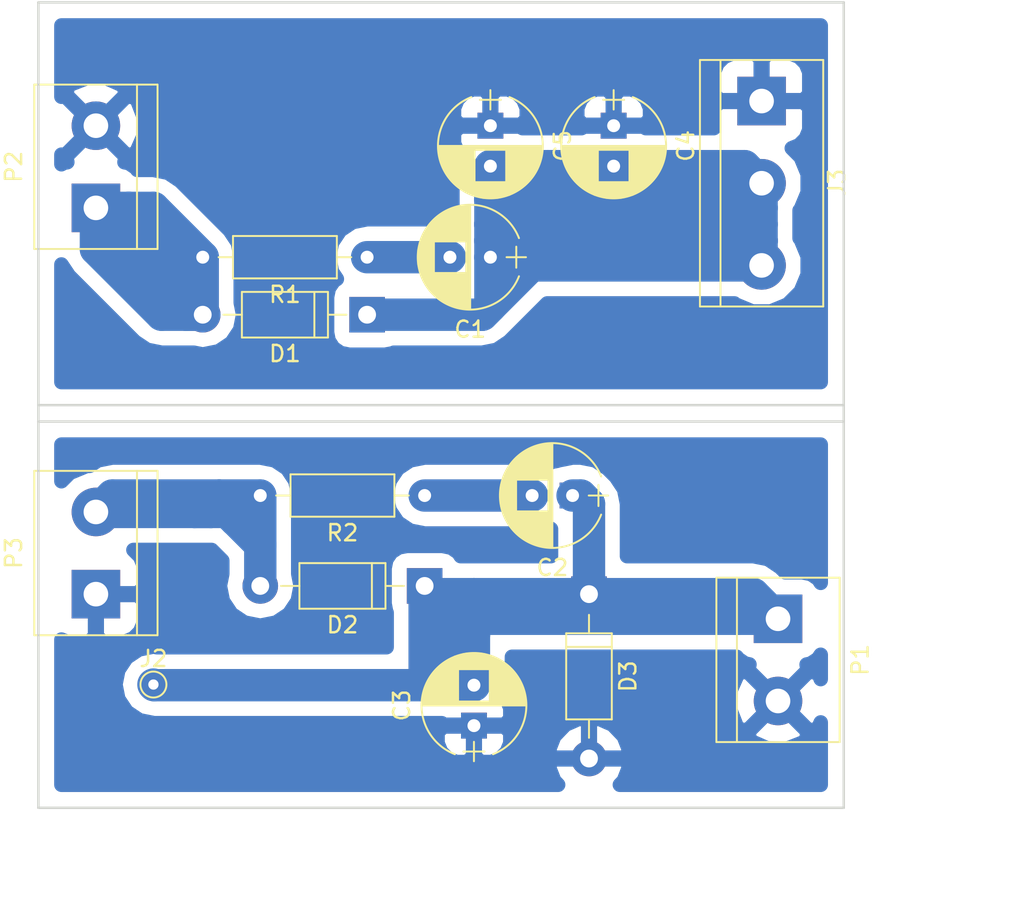
<source format=kicad_pcb>
(kicad_pcb (version 4) (host pcbnew 4.0.7)

  (general
    (links 22)
    (no_connects 0)
    (area 46.152999 26.848999 96.087001 76.783001)
    (thickness 1.6)
    (drawings 8)
    (tracks 111)
    (zones 0)
    (modules 15)
    (nets 9)
  )

  (page A4)
  (layers
    (0 F.Cu signal)
    (31 B.Cu signal)
    (32 B.Adhes user)
    (33 F.Adhes user)
    (34 B.Paste user)
    (35 F.Paste user)
    (36 B.SilkS user)
    (37 F.SilkS user)
    (38 B.Mask user)
    (39 F.Mask user)
    (40 Dwgs.User user)
    (41 Cmts.User user)
    (42 Eco1.User user)
    (43 Eco2.User user)
    (44 Edge.Cuts user)
    (45 Margin user)
    (46 B.CrtYd user)
    (47 F.CrtYd user)
    (48 B.Fab user)
    (49 F.Fab user)
  )

  (setup
    (last_trace_width 0.25)
    (user_trace_width 2)
    (user_trace_width 3)
    (trace_clearance 0.2)
    (zone_clearance 0.9)
    (zone_45_only no)
    (trace_min 0.2)
    (segment_width 0.2)
    (edge_width 0.15)
    (via_size 0.6)
    (via_drill 0.4)
    (via_min_size 0.4)
    (via_min_drill 0.3)
    (uvia_size 0.3)
    (uvia_drill 0.1)
    (uvias_allowed no)
    (uvia_min_size 0.2)
    (uvia_min_drill 0.1)
    (pcb_text_width 0.3)
    (pcb_text_size 1.5 1.5)
    (mod_edge_width 0.15)
    (mod_text_size 1 1)
    (mod_text_width 0.15)
    (pad_size 1.524 1.524)
    (pad_drill 0.762)
    (pad_to_mask_clearance 0.2)
    (aux_axis_origin 0 0)
    (visible_elements 7FFFFFFF)
    (pcbplotparams
      (layerselection 0x00030_80000001)
      (usegerberextensions false)
      (excludeedgelayer true)
      (linewidth 0.100000)
      (plotframeref false)
      (viasonmask false)
      (mode 1)
      (useauxorigin false)
      (hpglpennumber 1)
      (hpglpenspeed 20)
      (hpglpendiameter 15)
      (hpglpenoverlay 2)
      (psnegative false)
      (psa4output false)
      (plotreference true)
      (plotvalue true)
      (plotinvisibletext false)
      (padsonsilk false)
      (subtractmaskfromsilk false)
      (outputformat 1)
      (mirror false)
      (drillshape 1)
      (scaleselection 1)
      (outputdirectory ""))
  )

  (net 0 "")
  (net 1 "Net-(C1-Pad1)")
  (net 2 "Net-(C1-Pad2)")
  (net 3 "Net-(C2-Pad1)")
  (net 4 "Net-(C2-Pad2)")
  (net 5 "Net-(C3-Pad1)")
  (net 6 "Net-(C4-Pad1)")
  (net 7 "Net-(D1-Pad2)")
  (net 8 "Net-(D2-Pad2)")

  (net_class Default "Esta es la clase de red por defecto."
    (clearance 0.2)
    (trace_width 0.25)
    (via_dia 0.6)
    (via_drill 0.4)
    (uvia_dia 0.3)
    (uvia_drill 0.1)
    (add_net "Net-(C1-Pad1)")
    (add_net "Net-(C1-Pad2)")
    (add_net "Net-(C2-Pad1)")
    (add_net "Net-(C2-Pad2)")
    (add_net "Net-(C3-Pad1)")
    (add_net "Net-(C4-Pad1)")
    (add_net "Net-(D1-Pad2)")
    (add_net "Net-(D2-Pad2)")
  )

  (net_class 12v ""
    (clearance 0.5)
    (trace_width 1)
    (via_dia 1.3)
    (via_drill 0.4)
    (uvia_dia 0.3)
    (uvia_drill 0.1)
  )

  (net_class potencia ""
    (clearance 0.3)
    (trace_width 2.5)
    (via_dia 3)
    (via_drill 0.4)
    (uvia_dia 0.3)
    (uvia_drill 0.1)
  )

  (module Connectors:bornier2 (layer F.Cu) (tedit 587FD522) (tstamp 5AE1FD7E)
    (at 49.784 63.5 90)
    (descr "Bornier d'alimentation 2 pins")
    (tags DEV)
    (path /5AE1F706)
    (fp_text reference P3 (at 2.54 -5.08 90) (layer F.SilkS)
      (effects (font (size 1 1) (thickness 0.15)))
    )
    (fp_text value CONN_01X02 (at 2.54 5.08 90) (layer F.Fab)
      (effects (font (size 1 1) (thickness 0.15)))
    )
    (fp_line (start -2.41 2.55) (end 7.49 2.55) (layer F.Fab) (width 0.1))
    (fp_line (start -2.46 -3.75) (end -2.46 3.75) (layer F.Fab) (width 0.1))
    (fp_line (start -2.46 3.75) (end 7.54 3.75) (layer F.Fab) (width 0.1))
    (fp_line (start 7.54 3.75) (end 7.54 -3.75) (layer F.Fab) (width 0.1))
    (fp_line (start 7.54 -3.75) (end -2.46 -3.75) (layer F.Fab) (width 0.1))
    (fp_line (start 7.62 2.54) (end -2.54 2.54) (layer F.SilkS) (width 0.12))
    (fp_line (start 7.62 3.81) (end 7.62 -3.81) (layer F.SilkS) (width 0.12))
    (fp_line (start 7.62 -3.81) (end -2.54 -3.81) (layer F.SilkS) (width 0.12))
    (fp_line (start -2.54 -3.81) (end -2.54 3.81) (layer F.SilkS) (width 0.12))
    (fp_line (start -2.54 3.81) (end 7.62 3.81) (layer F.SilkS) (width 0.12))
    (fp_line (start -2.71 -4) (end 7.79 -4) (layer F.CrtYd) (width 0.05))
    (fp_line (start -2.71 -4) (end -2.71 4) (layer F.CrtYd) (width 0.05))
    (fp_line (start 7.79 4) (end 7.79 -4) (layer F.CrtYd) (width 0.05))
    (fp_line (start 7.79 4) (end -2.71 4) (layer F.CrtYd) (width 0.05))
    (pad 1 thru_hole rect (at 0 0 90) (size 3 3) (drill 1.52) (layers *.Cu *.Mask)
      (net 5 "Net-(C3-Pad1)"))
    (pad 2 thru_hole circle (at 5.08 0 90) (size 3 3) (drill 1.52) (layers *.Cu *.Mask)
      (net 8 "Net-(D2-Pad2)"))
    (model ${KISYS3DMOD}/Connectors.3dshapes/bornier2.wrl
      (at (xyz 0 0 0))
      (scale (xyz 1 1 1))
      (rotate (xyz 0 0 0))
    )
  )

  (module Connectors:bornier2 (layer F.Cu) (tedit 587FD522) (tstamp 5AE1FD79)
    (at 49.784 39.624 90)
    (descr "Bornier d'alimentation 2 pins")
    (tags DEV)
    (path /5AE1F6A5)
    (fp_text reference P2 (at 2.54 -5.08 90) (layer F.SilkS)
      (effects (font (size 1 1) (thickness 0.15)))
    )
    (fp_text value CONN_01X02 (at 2.54 5.08 90) (layer F.Fab)
      (effects (font (size 1 1) (thickness 0.15)))
    )
    (fp_line (start -2.41 2.55) (end 7.49 2.55) (layer F.Fab) (width 0.1))
    (fp_line (start -2.46 -3.75) (end -2.46 3.75) (layer F.Fab) (width 0.1))
    (fp_line (start -2.46 3.75) (end 7.54 3.75) (layer F.Fab) (width 0.1))
    (fp_line (start 7.54 3.75) (end 7.54 -3.75) (layer F.Fab) (width 0.1))
    (fp_line (start 7.54 -3.75) (end -2.46 -3.75) (layer F.Fab) (width 0.1))
    (fp_line (start 7.62 2.54) (end -2.54 2.54) (layer F.SilkS) (width 0.12))
    (fp_line (start 7.62 3.81) (end 7.62 -3.81) (layer F.SilkS) (width 0.12))
    (fp_line (start 7.62 -3.81) (end -2.54 -3.81) (layer F.SilkS) (width 0.12))
    (fp_line (start -2.54 -3.81) (end -2.54 3.81) (layer F.SilkS) (width 0.12))
    (fp_line (start -2.54 3.81) (end 7.62 3.81) (layer F.SilkS) (width 0.12))
    (fp_line (start -2.71 -4) (end 7.79 -4) (layer F.CrtYd) (width 0.05))
    (fp_line (start -2.71 -4) (end -2.71 4) (layer F.CrtYd) (width 0.05))
    (fp_line (start 7.79 4) (end 7.79 -4) (layer F.CrtYd) (width 0.05))
    (fp_line (start 7.79 4) (end -2.71 4) (layer F.CrtYd) (width 0.05))
    (pad 1 thru_hole rect (at 0 0 90) (size 3 3) (drill 1.52) (layers *.Cu *.Mask)
      (net 7 "Net-(D1-Pad2)"))
    (pad 2 thru_hole circle (at 5.08 0 90) (size 3 3) (drill 1.52) (layers *.Cu *.Mask)
      (net 6 "Net-(C4-Pad1)"))
    (model ${KISYS3DMOD}/Connectors.3dshapes/bornier2.wrl
      (at (xyz 0 0 0))
      (scale (xyz 1 1 1))
      (rotate (xyz 0 0 0))
    )
  )

  (module Resistors_THT:R_Axial_DIN0207_L6.3mm_D2.5mm_P10.16mm_Horizontal (layer F.Cu) (tedit 5874F706) (tstamp 5AE1FD74)
    (at 70.104 57.404 180)
    (descr "Resistor, Axial_DIN0207 series, Axial, Horizontal, pin pitch=10.16mm, 0.25W = 1/4W, length*diameter=6.3*2.5mm^2, http://cdn-reichelt.de/documents/datenblatt/B400/1_4W%23YAG.pdf")
    (tags "Resistor Axial_DIN0207 series Axial Horizontal pin pitch 10.16mm 0.25W = 1/4W length 6.3mm diameter 2.5mm")
    (path /5AD799D8)
    (fp_text reference R2 (at 5.08 -2.31 180) (layer F.SilkS)
      (effects (font (size 1 1) (thickness 0.15)))
    )
    (fp_text value R (at 5.08 2.31 180) (layer F.Fab)
      (effects (font (size 1 1) (thickness 0.15)))
    )
    (fp_line (start 1.93 -1.25) (end 1.93 1.25) (layer F.Fab) (width 0.1))
    (fp_line (start 1.93 1.25) (end 8.23 1.25) (layer F.Fab) (width 0.1))
    (fp_line (start 8.23 1.25) (end 8.23 -1.25) (layer F.Fab) (width 0.1))
    (fp_line (start 8.23 -1.25) (end 1.93 -1.25) (layer F.Fab) (width 0.1))
    (fp_line (start 0 0) (end 1.93 0) (layer F.Fab) (width 0.1))
    (fp_line (start 10.16 0) (end 8.23 0) (layer F.Fab) (width 0.1))
    (fp_line (start 1.87 -1.31) (end 1.87 1.31) (layer F.SilkS) (width 0.12))
    (fp_line (start 1.87 1.31) (end 8.29 1.31) (layer F.SilkS) (width 0.12))
    (fp_line (start 8.29 1.31) (end 8.29 -1.31) (layer F.SilkS) (width 0.12))
    (fp_line (start 8.29 -1.31) (end 1.87 -1.31) (layer F.SilkS) (width 0.12))
    (fp_line (start 0.98 0) (end 1.87 0) (layer F.SilkS) (width 0.12))
    (fp_line (start 9.18 0) (end 8.29 0) (layer F.SilkS) (width 0.12))
    (fp_line (start -1.05 -1.6) (end -1.05 1.6) (layer F.CrtYd) (width 0.05))
    (fp_line (start -1.05 1.6) (end 11.25 1.6) (layer F.CrtYd) (width 0.05))
    (fp_line (start 11.25 1.6) (end 11.25 -1.6) (layer F.CrtYd) (width 0.05))
    (fp_line (start 11.25 -1.6) (end -1.05 -1.6) (layer F.CrtYd) (width 0.05))
    (pad 1 thru_hole circle (at 0 0 180) (size 1.6 1.6) (drill 0.8) (layers *.Cu *.Mask)
      (net 4 "Net-(C2-Pad2)"))
    (pad 2 thru_hole oval (at 10.16 0 180) (size 1.6 1.6) (drill 0.8) (layers *.Cu *.Mask)
      (net 8 "Net-(D2-Pad2)"))
    (model ${KISYS3DMOD}/Resistors_THT.3dshapes/R_Axial_DIN0207_L6.3mm_D2.5mm_P10.16mm_Horizontal.wrl
      (at (xyz 0 0 0))
      (scale (xyz 0.393701 0.393701 0.393701))
      (rotate (xyz 0 0 0))
    )
  )

  (module Resistors_THT:R_Axial_DIN0207_L6.3mm_D2.5mm_P10.16mm_Horizontal (layer F.Cu) (tedit 5874F706) (tstamp 5AE1FD6F)
    (at 66.548 42.672 180)
    (descr "Resistor, Axial_DIN0207 series, Axial, Horizontal, pin pitch=10.16mm, 0.25W = 1/4W, length*diameter=6.3*2.5mm^2, http://cdn-reichelt.de/documents/datenblatt/B400/1_4W%23YAG.pdf")
    (tags "Resistor Axial_DIN0207 series Axial Horizontal pin pitch 10.16mm 0.25W = 1/4W length 6.3mm diameter 2.5mm")
    (path /5AD79985)
    (fp_text reference R1 (at 5.08 -2.31 180) (layer F.SilkS)
      (effects (font (size 1 1) (thickness 0.15)))
    )
    (fp_text value R (at 5.08 2.31 180) (layer F.Fab)
      (effects (font (size 1 1) (thickness 0.15)))
    )
    (fp_line (start 1.93 -1.25) (end 1.93 1.25) (layer F.Fab) (width 0.1))
    (fp_line (start 1.93 1.25) (end 8.23 1.25) (layer F.Fab) (width 0.1))
    (fp_line (start 8.23 1.25) (end 8.23 -1.25) (layer F.Fab) (width 0.1))
    (fp_line (start 8.23 -1.25) (end 1.93 -1.25) (layer F.Fab) (width 0.1))
    (fp_line (start 0 0) (end 1.93 0) (layer F.Fab) (width 0.1))
    (fp_line (start 10.16 0) (end 8.23 0) (layer F.Fab) (width 0.1))
    (fp_line (start 1.87 -1.31) (end 1.87 1.31) (layer F.SilkS) (width 0.12))
    (fp_line (start 1.87 1.31) (end 8.29 1.31) (layer F.SilkS) (width 0.12))
    (fp_line (start 8.29 1.31) (end 8.29 -1.31) (layer F.SilkS) (width 0.12))
    (fp_line (start 8.29 -1.31) (end 1.87 -1.31) (layer F.SilkS) (width 0.12))
    (fp_line (start 0.98 0) (end 1.87 0) (layer F.SilkS) (width 0.12))
    (fp_line (start 9.18 0) (end 8.29 0) (layer F.SilkS) (width 0.12))
    (fp_line (start -1.05 -1.6) (end -1.05 1.6) (layer F.CrtYd) (width 0.05))
    (fp_line (start -1.05 1.6) (end 11.25 1.6) (layer F.CrtYd) (width 0.05))
    (fp_line (start 11.25 1.6) (end 11.25 -1.6) (layer F.CrtYd) (width 0.05))
    (fp_line (start 11.25 -1.6) (end -1.05 -1.6) (layer F.CrtYd) (width 0.05))
    (pad 1 thru_hole circle (at 0 0 180) (size 1.6 1.6) (drill 0.8) (layers *.Cu *.Mask)
      (net 2 "Net-(C1-Pad2)"))
    (pad 2 thru_hole oval (at 10.16 0 180) (size 1.6 1.6) (drill 0.8) (layers *.Cu *.Mask)
      (net 7 "Net-(D1-Pad2)"))
    (model ${KISYS3DMOD}/Resistors_THT.3dshapes/R_Axial_DIN0207_L6.3mm_D2.5mm_P10.16mm_Horizontal.wrl
      (at (xyz 0 0 0))
      (scale (xyz 0.393701 0.393701 0.393701))
      (rotate (xyz 0 0 0))
    )
  )

  (module Connectors:bornier2 (layer F.Cu) (tedit 587FD522) (tstamp 5AE1FD6A)
    (at 91.948 65.024 270)
    (descr "Bornier d'alimentation 2 pins")
    (tags DEV)
    (path /5AD7B354)
    (fp_text reference P1 (at 2.54 -5.08 270) (layer F.SilkS)
      (effects (font (size 1 1) (thickness 0.15)))
    )
    (fp_text value CONN_01X02 (at 2.54 5.08 270) (layer F.Fab)
      (effects (font (size 1 1) (thickness 0.15)))
    )
    (fp_line (start -2.41 2.55) (end 7.49 2.55) (layer F.Fab) (width 0.1))
    (fp_line (start -2.46 -3.75) (end -2.46 3.75) (layer F.Fab) (width 0.1))
    (fp_line (start -2.46 3.75) (end 7.54 3.75) (layer F.Fab) (width 0.1))
    (fp_line (start 7.54 3.75) (end 7.54 -3.75) (layer F.Fab) (width 0.1))
    (fp_line (start 7.54 -3.75) (end -2.46 -3.75) (layer F.Fab) (width 0.1))
    (fp_line (start 7.62 2.54) (end -2.54 2.54) (layer F.SilkS) (width 0.12))
    (fp_line (start 7.62 3.81) (end 7.62 -3.81) (layer F.SilkS) (width 0.12))
    (fp_line (start 7.62 -3.81) (end -2.54 -3.81) (layer F.SilkS) (width 0.12))
    (fp_line (start -2.54 -3.81) (end -2.54 3.81) (layer F.SilkS) (width 0.12))
    (fp_line (start -2.54 3.81) (end 7.62 3.81) (layer F.SilkS) (width 0.12))
    (fp_line (start -2.71 -4) (end 7.79 -4) (layer F.CrtYd) (width 0.05))
    (fp_line (start -2.71 -4) (end -2.71 4) (layer F.CrtYd) (width 0.05))
    (fp_line (start 7.79 4) (end 7.79 -4) (layer F.CrtYd) (width 0.05))
    (fp_line (start 7.79 4) (end -2.71 4) (layer F.CrtYd) (width 0.05))
    (pad 1 thru_hole rect (at 0 0 270) (size 3 3) (drill 1.52) (layers *.Cu *.Mask)
      (net 3 "Net-(C2-Pad1)"))
    (pad 2 thru_hole circle (at 5.08 0 270) (size 3 3) (drill 1.52) (layers *.Cu *.Mask)
      (net 5 "Net-(C3-Pad1)"))
    (model ${KISYS3DMOD}/Connectors.3dshapes/bornier2.wrl
      (at (xyz 0 0 0))
      (scale (xyz 1 1 1))
      (rotate (xyz 0 0 0))
    )
  )

  (module Connectors:bornier3 (layer F.Cu) (tedit 587FD5F2) (tstamp 5AE1FD64)
    (at 90.932 33.02 270)
    (descr "Bornier d'alimentation 3 pins")
    (tags DEV)
    (path /5AE1EDCD)
    (fp_text reference J3 (at 5.05 -4.65 270) (layer F.SilkS)
      (effects (font (size 1 1) (thickness 0.15)))
    )
    (fp_text value Conn_01x03 (at 5.08 5.08 270) (layer F.Fab)
      (effects (font (size 1 1) (thickness 0.15)))
    )
    (fp_line (start -2.47 2.55) (end 12.63 2.55) (layer F.Fab) (width 0.1))
    (fp_line (start -2.47 -3.75) (end 12.63 -3.75) (layer F.Fab) (width 0.1))
    (fp_line (start 12.63 -3.75) (end 12.63 3.75) (layer F.Fab) (width 0.1))
    (fp_line (start 12.63 3.75) (end -2.47 3.75) (layer F.Fab) (width 0.1))
    (fp_line (start -2.47 3.75) (end -2.47 -3.75) (layer F.Fab) (width 0.1))
    (fp_line (start -2.54 3.81) (end -2.54 -3.81) (layer F.SilkS) (width 0.12))
    (fp_line (start 12.7 3.81) (end 12.7 -3.81) (layer F.SilkS) (width 0.12))
    (fp_line (start -2.54 2.54) (end 12.7 2.54) (layer F.SilkS) (width 0.12))
    (fp_line (start -2.54 -3.81) (end 12.7 -3.81) (layer F.SilkS) (width 0.12))
    (fp_line (start -2.54 3.81) (end 12.7 3.81) (layer F.SilkS) (width 0.12))
    (fp_line (start -2.72 -4) (end 12.88 -4) (layer F.CrtYd) (width 0.05))
    (fp_line (start -2.72 -4) (end -2.72 4) (layer F.CrtYd) (width 0.05))
    (fp_line (start 12.88 4) (end 12.88 -4) (layer F.CrtYd) (width 0.05))
    (fp_line (start 12.88 4) (end -2.72 4) (layer F.CrtYd) (width 0.05))
    (pad 1 thru_hole rect (at 0 0 270) (size 3 3) (drill 1.52) (layers *.Cu *.Mask)
      (net 6 "Net-(C4-Pad1)"))
    (pad 2 thru_hole circle (at 5.08 0 270) (size 3 3) (drill 1.52) (layers *.Cu *.Mask)
      (net 1 "Net-(C1-Pad1)"))
    (pad 3 thru_hole circle (at 10.16 0 270) (size 3 3) (drill 1.52) (layers *.Cu *.Mask)
      (net 1 "Net-(C1-Pad1)"))
    (model ${KISYS3DMOD}/Connectors.3dshapes/bornier3.wrl
      (at (xyz 0 0 0))
      (scale (xyz 1 1 1))
      (rotate (xyz 0 0 0))
    )
  )

  (module Connectors:PINTST (layer F.Cu) (tedit 58613369) (tstamp 5AE1FD60)
    (at 53.34 69.088)
    (descr "module 1 pin (ou trou mecanique de percage)")
    (tags DEV)
    (path /5AE1F1A0)
    (fp_text reference J2 (at 0 -1.6) (layer F.SilkS)
      (effects (font (size 1 1) (thickness 0.15)))
    )
    (fp_text value Conn_01x01 (at 0 1.6) (layer F.Fab)
      (effects (font (size 1 1) (thickness 0.15)))
    )
    (fp_circle (center 0 0) (end 1.1 0) (layer F.CrtYd) (width 0.05))
    (fp_circle (center 0 0) (end 0.4 0.6) (layer F.Fab) (width 0.1))
    (fp_circle (center 0 0) (end -0.254 -0.762) (layer F.SilkS) (width 0.12))
    (pad 1 thru_hole circle (at 0 0) (size 1.143 1.143) (drill 0.635) (layers *.Cu *.Mask)
      (net 3 "Net-(C2-Pad1)"))
    (model ${KISYS3DMOD}/Connectors.3dshapes/PINTST.wrl
      (at (xyz 0 0 0))
      (scale (xyz 1 1 1))
      (rotate (xyz 0 0 0))
    )
  )

  (module Diodes_THT:D_DO-41_SOD81_P10.16mm_Horizontal (layer F.Cu) (tedit 5921392F) (tstamp 5AE1FD5B)
    (at 80.264 63.5 270)
    (descr "D, DO-41_SOD81 series, Axial, Horizontal, pin pitch=10.16mm, , length*diameter=5.2*2.7mm^2, , http://www.diodes.com/_files/packages/DO-41%20(Plastic).pdf")
    (tags "D DO-41_SOD81 series Axial Horizontal pin pitch 10.16mm  length 5.2mm diameter 2.7mm")
    (path /5AD796B5)
    (fp_text reference D3 (at 5.08 -2.41 270) (layer F.SilkS)
      (effects (font (size 1 1) (thickness 0.15)))
    )
    (fp_text value ZENER (at 5.08 2.41 270) (layer F.Fab)
      (effects (font (size 1 1) (thickness 0.15)))
    )
    (fp_text user %R (at 5.08 0 270) (layer F.Fab)
      (effects (font (size 1 1) (thickness 0.15)))
    )
    (fp_line (start 2.48 -1.35) (end 2.48 1.35) (layer F.Fab) (width 0.1))
    (fp_line (start 2.48 1.35) (end 7.68 1.35) (layer F.Fab) (width 0.1))
    (fp_line (start 7.68 1.35) (end 7.68 -1.35) (layer F.Fab) (width 0.1))
    (fp_line (start 7.68 -1.35) (end 2.48 -1.35) (layer F.Fab) (width 0.1))
    (fp_line (start 0 0) (end 2.48 0) (layer F.Fab) (width 0.1))
    (fp_line (start 10.16 0) (end 7.68 0) (layer F.Fab) (width 0.1))
    (fp_line (start 3.26 -1.35) (end 3.26 1.35) (layer F.Fab) (width 0.1))
    (fp_line (start 2.42 -1.41) (end 2.42 1.41) (layer F.SilkS) (width 0.12))
    (fp_line (start 2.42 1.41) (end 7.74 1.41) (layer F.SilkS) (width 0.12))
    (fp_line (start 7.74 1.41) (end 7.74 -1.41) (layer F.SilkS) (width 0.12))
    (fp_line (start 7.74 -1.41) (end 2.42 -1.41) (layer F.SilkS) (width 0.12))
    (fp_line (start 1.28 0) (end 2.42 0) (layer F.SilkS) (width 0.12))
    (fp_line (start 8.88 0) (end 7.74 0) (layer F.SilkS) (width 0.12))
    (fp_line (start 3.26 -1.41) (end 3.26 1.41) (layer F.SilkS) (width 0.12))
    (fp_line (start -1.35 -1.7) (end -1.35 1.7) (layer F.CrtYd) (width 0.05))
    (fp_line (start -1.35 1.7) (end 11.55 1.7) (layer F.CrtYd) (width 0.05))
    (fp_line (start 11.55 1.7) (end 11.55 -1.7) (layer F.CrtYd) (width 0.05))
    (fp_line (start 11.55 -1.7) (end -1.35 -1.7) (layer F.CrtYd) (width 0.05))
    (pad 1 thru_hole rect (at 0 0 270) (size 2.2 2.2) (drill 1.1) (layers *.Cu *.Mask)
      (net 3 "Net-(C2-Pad1)"))
    (pad 2 thru_hole oval (at 10.16 0 270) (size 2.2 2.2) (drill 1.1) (layers *.Cu *.Mask)
      (net 5 "Net-(C3-Pad1)"))
    (model ${KISYS3DMOD}/Diodes_THT.3dshapes/D_DO-41_SOD81_P10.16mm_Horizontal.wrl
      (at (xyz 0 0 0))
      (scale (xyz 0.393701 0.393701 0.393701))
      (rotate (xyz 0 0 0))
    )
  )

  (module Diodes_THT:D_DO-41_SOD81_P10.16mm_Horizontal (layer F.Cu) (tedit 5921392F) (tstamp 5AE1FD56)
    (at 70.104 62.992 180)
    (descr "D, DO-41_SOD81 series, Axial, Horizontal, pin pitch=10.16mm, , length*diameter=5.2*2.7mm^2, , http://www.diodes.com/_files/packages/DO-41%20(Plastic).pdf")
    (tags "D DO-41_SOD81 series Axial Horizontal pin pitch 10.16mm  length 5.2mm diameter 2.7mm")
    (path /5AD7968B)
    (fp_text reference D2 (at 5.08 -2.41 180) (layer F.SilkS)
      (effects (font (size 1 1) (thickness 0.15)))
    )
    (fp_text value D (at 5.08 2.41 180) (layer F.Fab)
      (effects (font (size 1 1) (thickness 0.15)))
    )
    (fp_text user %R (at 5.08 0 180) (layer F.Fab)
      (effects (font (size 1 1) (thickness 0.15)))
    )
    (fp_line (start 2.48 -1.35) (end 2.48 1.35) (layer F.Fab) (width 0.1))
    (fp_line (start 2.48 1.35) (end 7.68 1.35) (layer F.Fab) (width 0.1))
    (fp_line (start 7.68 1.35) (end 7.68 -1.35) (layer F.Fab) (width 0.1))
    (fp_line (start 7.68 -1.35) (end 2.48 -1.35) (layer F.Fab) (width 0.1))
    (fp_line (start 0 0) (end 2.48 0) (layer F.Fab) (width 0.1))
    (fp_line (start 10.16 0) (end 7.68 0) (layer F.Fab) (width 0.1))
    (fp_line (start 3.26 -1.35) (end 3.26 1.35) (layer F.Fab) (width 0.1))
    (fp_line (start 2.42 -1.41) (end 2.42 1.41) (layer F.SilkS) (width 0.12))
    (fp_line (start 2.42 1.41) (end 7.74 1.41) (layer F.SilkS) (width 0.12))
    (fp_line (start 7.74 1.41) (end 7.74 -1.41) (layer F.SilkS) (width 0.12))
    (fp_line (start 7.74 -1.41) (end 2.42 -1.41) (layer F.SilkS) (width 0.12))
    (fp_line (start 1.28 0) (end 2.42 0) (layer F.SilkS) (width 0.12))
    (fp_line (start 8.88 0) (end 7.74 0) (layer F.SilkS) (width 0.12))
    (fp_line (start 3.26 -1.41) (end 3.26 1.41) (layer F.SilkS) (width 0.12))
    (fp_line (start -1.35 -1.7) (end -1.35 1.7) (layer F.CrtYd) (width 0.05))
    (fp_line (start -1.35 1.7) (end 11.55 1.7) (layer F.CrtYd) (width 0.05))
    (fp_line (start 11.55 1.7) (end 11.55 -1.7) (layer F.CrtYd) (width 0.05))
    (fp_line (start 11.55 -1.7) (end -1.35 -1.7) (layer F.CrtYd) (width 0.05))
    (pad 1 thru_hole rect (at 0 0 180) (size 2.2 2.2) (drill 1.1) (layers *.Cu *.Mask)
      (net 3 "Net-(C2-Pad1)"))
    (pad 2 thru_hole oval (at 10.16 0 180) (size 2.2 2.2) (drill 1.1) (layers *.Cu *.Mask)
      (net 8 "Net-(D2-Pad2)"))
    (model ${KISYS3DMOD}/Diodes_THT.3dshapes/D_DO-41_SOD81_P10.16mm_Horizontal.wrl
      (at (xyz 0 0 0))
      (scale (xyz 0.393701 0.393701 0.393701))
      (rotate (xyz 0 0 0))
    )
  )

  (module Diodes_THT:D_DO-41_SOD81_P10.16mm_Horizontal (layer F.Cu) (tedit 5921392F) (tstamp 5AE1FD51)
    (at 66.548 46.228 180)
    (descr "D, DO-41_SOD81 series, Axial, Horizontal, pin pitch=10.16mm, , length*diameter=5.2*2.7mm^2, , http://www.diodes.com/_files/packages/DO-41%20(Plastic).pdf")
    (tags "D DO-41_SOD81 series Axial Horizontal pin pitch 10.16mm  length 5.2mm diameter 2.7mm")
    (path /5AD7963C)
    (fp_text reference D1 (at 5.08 -2.41 180) (layer F.SilkS)
      (effects (font (size 1 1) (thickness 0.15)))
    )
    (fp_text value D (at 5.08 2.41 180) (layer F.Fab)
      (effects (font (size 1 1) (thickness 0.15)))
    )
    (fp_text user %R (at 5.08 0 180) (layer F.Fab)
      (effects (font (size 1 1) (thickness 0.15)))
    )
    (fp_line (start 2.48 -1.35) (end 2.48 1.35) (layer F.Fab) (width 0.1))
    (fp_line (start 2.48 1.35) (end 7.68 1.35) (layer F.Fab) (width 0.1))
    (fp_line (start 7.68 1.35) (end 7.68 -1.35) (layer F.Fab) (width 0.1))
    (fp_line (start 7.68 -1.35) (end 2.48 -1.35) (layer F.Fab) (width 0.1))
    (fp_line (start 0 0) (end 2.48 0) (layer F.Fab) (width 0.1))
    (fp_line (start 10.16 0) (end 7.68 0) (layer F.Fab) (width 0.1))
    (fp_line (start 3.26 -1.35) (end 3.26 1.35) (layer F.Fab) (width 0.1))
    (fp_line (start 2.42 -1.41) (end 2.42 1.41) (layer F.SilkS) (width 0.12))
    (fp_line (start 2.42 1.41) (end 7.74 1.41) (layer F.SilkS) (width 0.12))
    (fp_line (start 7.74 1.41) (end 7.74 -1.41) (layer F.SilkS) (width 0.12))
    (fp_line (start 7.74 -1.41) (end 2.42 -1.41) (layer F.SilkS) (width 0.12))
    (fp_line (start 1.28 0) (end 2.42 0) (layer F.SilkS) (width 0.12))
    (fp_line (start 8.88 0) (end 7.74 0) (layer F.SilkS) (width 0.12))
    (fp_line (start 3.26 -1.41) (end 3.26 1.41) (layer F.SilkS) (width 0.12))
    (fp_line (start -1.35 -1.7) (end -1.35 1.7) (layer F.CrtYd) (width 0.05))
    (fp_line (start -1.35 1.7) (end 11.55 1.7) (layer F.CrtYd) (width 0.05))
    (fp_line (start 11.55 1.7) (end 11.55 -1.7) (layer F.CrtYd) (width 0.05))
    (fp_line (start 11.55 -1.7) (end -1.35 -1.7) (layer F.CrtYd) (width 0.05))
    (pad 1 thru_hole rect (at 0 0 180) (size 2.2 2.2) (drill 1.1) (layers *.Cu *.Mask)
      (net 1 "Net-(C1-Pad1)"))
    (pad 2 thru_hole oval (at 10.16 0 180) (size 2.2 2.2) (drill 1.1) (layers *.Cu *.Mask)
      (net 7 "Net-(D1-Pad2)"))
    (model ${KISYS3DMOD}/Diodes_THT.3dshapes/D_DO-41_SOD81_P10.16mm_Horizontal.wrl
      (at (xyz 0 0 0))
      (scale (xyz 0.393701 0.393701 0.393701))
      (rotate (xyz 0 0 0))
    )
  )

  (module Capacitors_ThroughHole:CP_Radial_D6.3mm_P2.50mm (layer F.Cu) (tedit 597BC7C2) (tstamp 5AE1FD4C)
    (at 74.168 34.544 270)
    (descr "CP, Radial series, Radial, pin pitch=2.50mm, , diameter=6.3mm, Electrolytic Capacitor")
    (tags "CP Radial series Radial pin pitch 2.50mm  diameter 6.3mm Electrolytic Capacitor")
    (path /5AD79818)
    (fp_text reference C5 (at 1.25 -4.46 270) (layer F.SilkS)
      (effects (font (size 1 1) (thickness 0.15)))
    )
    (fp_text value C (at 1.25 4.46 270) (layer F.Fab)
      (effects (font (size 1 1) (thickness 0.15)))
    )
    (fp_arc (start 1.25 0) (end -1.767482 -1.18) (angle 137.3) (layer F.SilkS) (width 0.12))
    (fp_arc (start 1.25 0) (end -1.767482 1.18) (angle -137.3) (layer F.SilkS) (width 0.12))
    (fp_arc (start 1.25 0) (end 4.267482 -1.18) (angle 42.7) (layer F.SilkS) (width 0.12))
    (fp_circle (center 1.25 0) (end 4.4 0) (layer F.Fab) (width 0.1))
    (fp_line (start -2.2 0) (end -1 0) (layer F.Fab) (width 0.1))
    (fp_line (start -1.6 -0.65) (end -1.6 0.65) (layer F.Fab) (width 0.1))
    (fp_line (start 1.25 -3.2) (end 1.25 3.2) (layer F.SilkS) (width 0.12))
    (fp_line (start 1.29 -3.2) (end 1.29 3.2) (layer F.SilkS) (width 0.12))
    (fp_line (start 1.33 -3.2) (end 1.33 3.2) (layer F.SilkS) (width 0.12))
    (fp_line (start 1.37 -3.198) (end 1.37 3.198) (layer F.SilkS) (width 0.12))
    (fp_line (start 1.41 -3.197) (end 1.41 3.197) (layer F.SilkS) (width 0.12))
    (fp_line (start 1.45 -3.194) (end 1.45 3.194) (layer F.SilkS) (width 0.12))
    (fp_line (start 1.49 -3.192) (end 1.49 3.192) (layer F.SilkS) (width 0.12))
    (fp_line (start 1.53 -3.188) (end 1.53 -0.98) (layer F.SilkS) (width 0.12))
    (fp_line (start 1.53 0.98) (end 1.53 3.188) (layer F.SilkS) (width 0.12))
    (fp_line (start 1.57 -3.185) (end 1.57 -0.98) (layer F.SilkS) (width 0.12))
    (fp_line (start 1.57 0.98) (end 1.57 3.185) (layer F.SilkS) (width 0.12))
    (fp_line (start 1.61 -3.18) (end 1.61 -0.98) (layer F.SilkS) (width 0.12))
    (fp_line (start 1.61 0.98) (end 1.61 3.18) (layer F.SilkS) (width 0.12))
    (fp_line (start 1.65 -3.176) (end 1.65 -0.98) (layer F.SilkS) (width 0.12))
    (fp_line (start 1.65 0.98) (end 1.65 3.176) (layer F.SilkS) (width 0.12))
    (fp_line (start 1.69 -3.17) (end 1.69 -0.98) (layer F.SilkS) (width 0.12))
    (fp_line (start 1.69 0.98) (end 1.69 3.17) (layer F.SilkS) (width 0.12))
    (fp_line (start 1.73 -3.165) (end 1.73 -0.98) (layer F.SilkS) (width 0.12))
    (fp_line (start 1.73 0.98) (end 1.73 3.165) (layer F.SilkS) (width 0.12))
    (fp_line (start 1.77 -3.158) (end 1.77 -0.98) (layer F.SilkS) (width 0.12))
    (fp_line (start 1.77 0.98) (end 1.77 3.158) (layer F.SilkS) (width 0.12))
    (fp_line (start 1.81 -3.152) (end 1.81 -0.98) (layer F.SilkS) (width 0.12))
    (fp_line (start 1.81 0.98) (end 1.81 3.152) (layer F.SilkS) (width 0.12))
    (fp_line (start 1.85 -3.144) (end 1.85 -0.98) (layer F.SilkS) (width 0.12))
    (fp_line (start 1.85 0.98) (end 1.85 3.144) (layer F.SilkS) (width 0.12))
    (fp_line (start 1.89 -3.137) (end 1.89 -0.98) (layer F.SilkS) (width 0.12))
    (fp_line (start 1.89 0.98) (end 1.89 3.137) (layer F.SilkS) (width 0.12))
    (fp_line (start 1.93 -3.128) (end 1.93 -0.98) (layer F.SilkS) (width 0.12))
    (fp_line (start 1.93 0.98) (end 1.93 3.128) (layer F.SilkS) (width 0.12))
    (fp_line (start 1.971 -3.119) (end 1.971 -0.98) (layer F.SilkS) (width 0.12))
    (fp_line (start 1.971 0.98) (end 1.971 3.119) (layer F.SilkS) (width 0.12))
    (fp_line (start 2.011 -3.11) (end 2.011 -0.98) (layer F.SilkS) (width 0.12))
    (fp_line (start 2.011 0.98) (end 2.011 3.11) (layer F.SilkS) (width 0.12))
    (fp_line (start 2.051 -3.1) (end 2.051 -0.98) (layer F.SilkS) (width 0.12))
    (fp_line (start 2.051 0.98) (end 2.051 3.1) (layer F.SilkS) (width 0.12))
    (fp_line (start 2.091 -3.09) (end 2.091 -0.98) (layer F.SilkS) (width 0.12))
    (fp_line (start 2.091 0.98) (end 2.091 3.09) (layer F.SilkS) (width 0.12))
    (fp_line (start 2.131 -3.079) (end 2.131 -0.98) (layer F.SilkS) (width 0.12))
    (fp_line (start 2.131 0.98) (end 2.131 3.079) (layer F.SilkS) (width 0.12))
    (fp_line (start 2.171 -3.067) (end 2.171 -0.98) (layer F.SilkS) (width 0.12))
    (fp_line (start 2.171 0.98) (end 2.171 3.067) (layer F.SilkS) (width 0.12))
    (fp_line (start 2.211 -3.055) (end 2.211 -0.98) (layer F.SilkS) (width 0.12))
    (fp_line (start 2.211 0.98) (end 2.211 3.055) (layer F.SilkS) (width 0.12))
    (fp_line (start 2.251 -3.042) (end 2.251 -0.98) (layer F.SilkS) (width 0.12))
    (fp_line (start 2.251 0.98) (end 2.251 3.042) (layer F.SilkS) (width 0.12))
    (fp_line (start 2.291 -3.029) (end 2.291 -0.98) (layer F.SilkS) (width 0.12))
    (fp_line (start 2.291 0.98) (end 2.291 3.029) (layer F.SilkS) (width 0.12))
    (fp_line (start 2.331 -3.015) (end 2.331 -0.98) (layer F.SilkS) (width 0.12))
    (fp_line (start 2.331 0.98) (end 2.331 3.015) (layer F.SilkS) (width 0.12))
    (fp_line (start 2.371 -3.001) (end 2.371 -0.98) (layer F.SilkS) (width 0.12))
    (fp_line (start 2.371 0.98) (end 2.371 3.001) (layer F.SilkS) (width 0.12))
    (fp_line (start 2.411 -2.986) (end 2.411 -0.98) (layer F.SilkS) (width 0.12))
    (fp_line (start 2.411 0.98) (end 2.411 2.986) (layer F.SilkS) (width 0.12))
    (fp_line (start 2.451 -2.97) (end 2.451 -0.98) (layer F.SilkS) (width 0.12))
    (fp_line (start 2.451 0.98) (end 2.451 2.97) (layer F.SilkS) (width 0.12))
    (fp_line (start 2.491 -2.954) (end 2.491 -0.98) (layer F.SilkS) (width 0.12))
    (fp_line (start 2.491 0.98) (end 2.491 2.954) (layer F.SilkS) (width 0.12))
    (fp_line (start 2.531 -2.937) (end 2.531 -0.98) (layer F.SilkS) (width 0.12))
    (fp_line (start 2.531 0.98) (end 2.531 2.937) (layer F.SilkS) (width 0.12))
    (fp_line (start 2.571 -2.919) (end 2.571 -0.98) (layer F.SilkS) (width 0.12))
    (fp_line (start 2.571 0.98) (end 2.571 2.919) (layer F.SilkS) (width 0.12))
    (fp_line (start 2.611 -2.901) (end 2.611 -0.98) (layer F.SilkS) (width 0.12))
    (fp_line (start 2.611 0.98) (end 2.611 2.901) (layer F.SilkS) (width 0.12))
    (fp_line (start 2.651 -2.882) (end 2.651 -0.98) (layer F.SilkS) (width 0.12))
    (fp_line (start 2.651 0.98) (end 2.651 2.882) (layer F.SilkS) (width 0.12))
    (fp_line (start 2.691 -2.863) (end 2.691 -0.98) (layer F.SilkS) (width 0.12))
    (fp_line (start 2.691 0.98) (end 2.691 2.863) (layer F.SilkS) (width 0.12))
    (fp_line (start 2.731 -2.843) (end 2.731 -0.98) (layer F.SilkS) (width 0.12))
    (fp_line (start 2.731 0.98) (end 2.731 2.843) (layer F.SilkS) (width 0.12))
    (fp_line (start 2.771 -2.822) (end 2.771 -0.98) (layer F.SilkS) (width 0.12))
    (fp_line (start 2.771 0.98) (end 2.771 2.822) (layer F.SilkS) (width 0.12))
    (fp_line (start 2.811 -2.8) (end 2.811 -0.98) (layer F.SilkS) (width 0.12))
    (fp_line (start 2.811 0.98) (end 2.811 2.8) (layer F.SilkS) (width 0.12))
    (fp_line (start 2.851 -2.778) (end 2.851 -0.98) (layer F.SilkS) (width 0.12))
    (fp_line (start 2.851 0.98) (end 2.851 2.778) (layer F.SilkS) (width 0.12))
    (fp_line (start 2.891 -2.755) (end 2.891 -0.98) (layer F.SilkS) (width 0.12))
    (fp_line (start 2.891 0.98) (end 2.891 2.755) (layer F.SilkS) (width 0.12))
    (fp_line (start 2.931 -2.731) (end 2.931 -0.98) (layer F.SilkS) (width 0.12))
    (fp_line (start 2.931 0.98) (end 2.931 2.731) (layer F.SilkS) (width 0.12))
    (fp_line (start 2.971 -2.706) (end 2.971 -0.98) (layer F.SilkS) (width 0.12))
    (fp_line (start 2.971 0.98) (end 2.971 2.706) (layer F.SilkS) (width 0.12))
    (fp_line (start 3.011 -2.681) (end 3.011 -0.98) (layer F.SilkS) (width 0.12))
    (fp_line (start 3.011 0.98) (end 3.011 2.681) (layer F.SilkS) (width 0.12))
    (fp_line (start 3.051 -2.654) (end 3.051 -0.98) (layer F.SilkS) (width 0.12))
    (fp_line (start 3.051 0.98) (end 3.051 2.654) (layer F.SilkS) (width 0.12))
    (fp_line (start 3.091 -2.627) (end 3.091 -0.98) (layer F.SilkS) (width 0.12))
    (fp_line (start 3.091 0.98) (end 3.091 2.627) (layer F.SilkS) (width 0.12))
    (fp_line (start 3.131 -2.599) (end 3.131 -0.98) (layer F.SilkS) (width 0.12))
    (fp_line (start 3.131 0.98) (end 3.131 2.599) (layer F.SilkS) (width 0.12))
    (fp_line (start 3.171 -2.57) (end 3.171 -0.98) (layer F.SilkS) (width 0.12))
    (fp_line (start 3.171 0.98) (end 3.171 2.57) (layer F.SilkS) (width 0.12))
    (fp_line (start 3.211 -2.54) (end 3.211 -0.98) (layer F.SilkS) (width 0.12))
    (fp_line (start 3.211 0.98) (end 3.211 2.54) (layer F.SilkS) (width 0.12))
    (fp_line (start 3.251 -2.51) (end 3.251 -0.98) (layer F.SilkS) (width 0.12))
    (fp_line (start 3.251 0.98) (end 3.251 2.51) (layer F.SilkS) (width 0.12))
    (fp_line (start 3.291 -2.478) (end 3.291 -0.98) (layer F.SilkS) (width 0.12))
    (fp_line (start 3.291 0.98) (end 3.291 2.478) (layer F.SilkS) (width 0.12))
    (fp_line (start 3.331 -2.445) (end 3.331 -0.98) (layer F.SilkS) (width 0.12))
    (fp_line (start 3.331 0.98) (end 3.331 2.445) (layer F.SilkS) (width 0.12))
    (fp_line (start 3.371 -2.411) (end 3.371 -0.98) (layer F.SilkS) (width 0.12))
    (fp_line (start 3.371 0.98) (end 3.371 2.411) (layer F.SilkS) (width 0.12))
    (fp_line (start 3.411 -2.375) (end 3.411 -0.98) (layer F.SilkS) (width 0.12))
    (fp_line (start 3.411 0.98) (end 3.411 2.375) (layer F.SilkS) (width 0.12))
    (fp_line (start 3.451 -2.339) (end 3.451 -0.98) (layer F.SilkS) (width 0.12))
    (fp_line (start 3.451 0.98) (end 3.451 2.339) (layer F.SilkS) (width 0.12))
    (fp_line (start 3.491 -2.301) (end 3.491 2.301) (layer F.SilkS) (width 0.12))
    (fp_line (start 3.531 -2.262) (end 3.531 2.262) (layer F.SilkS) (width 0.12))
    (fp_line (start 3.571 -2.222) (end 3.571 2.222) (layer F.SilkS) (width 0.12))
    (fp_line (start 3.611 -2.18) (end 3.611 2.18) (layer F.SilkS) (width 0.12))
    (fp_line (start 3.651 -2.137) (end 3.651 2.137) (layer F.SilkS) (width 0.12))
    (fp_line (start 3.691 -2.092) (end 3.691 2.092) (layer F.SilkS) (width 0.12))
    (fp_line (start 3.731 -2.045) (end 3.731 2.045) (layer F.SilkS) (width 0.12))
    (fp_line (start 3.771 -1.997) (end 3.771 1.997) (layer F.SilkS) (width 0.12))
    (fp_line (start 3.811 -1.946) (end 3.811 1.946) (layer F.SilkS) (width 0.12))
    (fp_line (start 3.851 -1.894) (end 3.851 1.894) (layer F.SilkS) (width 0.12))
    (fp_line (start 3.891 -1.839) (end 3.891 1.839) (layer F.SilkS) (width 0.12))
    (fp_line (start 3.931 -1.781) (end 3.931 1.781) (layer F.SilkS) (width 0.12))
    (fp_line (start 3.971 -1.721) (end 3.971 1.721) (layer F.SilkS) (width 0.12))
    (fp_line (start 4.011 -1.658) (end 4.011 1.658) (layer F.SilkS) (width 0.12))
    (fp_line (start 4.051 -1.591) (end 4.051 1.591) (layer F.SilkS) (width 0.12))
    (fp_line (start 4.091 -1.52) (end 4.091 1.52) (layer F.SilkS) (width 0.12))
    (fp_line (start 4.131 -1.445) (end 4.131 1.445) (layer F.SilkS) (width 0.12))
    (fp_line (start 4.171 -1.364) (end 4.171 1.364) (layer F.SilkS) (width 0.12))
    (fp_line (start 4.211 -1.278) (end 4.211 1.278) (layer F.SilkS) (width 0.12))
    (fp_line (start 4.251 -1.184) (end 4.251 1.184) (layer F.SilkS) (width 0.12))
    (fp_line (start 4.291 -1.081) (end 4.291 1.081) (layer F.SilkS) (width 0.12))
    (fp_line (start 4.331 -0.966) (end 4.331 0.966) (layer F.SilkS) (width 0.12))
    (fp_line (start 4.371 -0.834) (end 4.371 0.834) (layer F.SilkS) (width 0.12))
    (fp_line (start 4.411 -0.676) (end 4.411 0.676) (layer F.SilkS) (width 0.12))
    (fp_line (start 4.451 -0.468) (end 4.451 0.468) (layer F.SilkS) (width 0.12))
    (fp_line (start -2.2 0) (end -1 0) (layer F.SilkS) (width 0.12))
    (fp_line (start -1.6 -0.65) (end -1.6 0.65) (layer F.SilkS) (width 0.12))
    (fp_line (start -2.25 -3.5) (end -2.25 3.5) (layer F.CrtYd) (width 0.05))
    (fp_line (start -2.25 3.5) (end 4.75 3.5) (layer F.CrtYd) (width 0.05))
    (fp_line (start 4.75 3.5) (end 4.75 -3.5) (layer F.CrtYd) (width 0.05))
    (fp_line (start 4.75 -3.5) (end -2.25 -3.5) (layer F.CrtYd) (width 0.05))
    (fp_text user %R (at 1.25 0 270) (layer F.Fab)
      (effects (font (size 1 1) (thickness 0.15)))
    )
    (pad 1 thru_hole rect (at 0 0 270) (size 1.6 1.6) (drill 0.8) (layers *.Cu *.Mask)
      (net 6 "Net-(C4-Pad1)"))
    (pad 2 thru_hole circle (at 2.5 0 270) (size 1.6 1.6) (drill 0.8) (layers *.Cu *.Mask)
      (net 1 "Net-(C1-Pad1)"))
    (model ${KISYS3DMOD}/Capacitors_THT.3dshapes/CP_Radial_D6.3mm_P2.50mm.wrl
      (at (xyz 0 0 0))
      (scale (xyz 1 1 1))
      (rotate (xyz 0 0 0))
    )
  )

  (module Capacitors_ThroughHole:CP_Radial_D6.3mm_P2.50mm (layer F.Cu) (tedit 597BC7C2) (tstamp 5AE1FCB8)
    (at 81.788 34.544 270)
    (descr "CP, Radial series, Radial, pin pitch=2.50mm, , diameter=6.3mm, Electrolytic Capacitor")
    (tags "CP Radial series Radial pin pitch 2.50mm  diameter 6.3mm Electrolytic Capacitor")
    (path /5AD797DA)
    (fp_text reference C4 (at 1.25 -4.46 270) (layer F.SilkS)
      (effects (font (size 1 1) (thickness 0.15)))
    )
    (fp_text value C (at 1.25 4.46 270) (layer F.Fab)
      (effects (font (size 1 1) (thickness 0.15)))
    )
    (fp_arc (start 1.25 0) (end -1.767482 -1.18) (angle 137.3) (layer F.SilkS) (width 0.12))
    (fp_arc (start 1.25 0) (end -1.767482 1.18) (angle -137.3) (layer F.SilkS) (width 0.12))
    (fp_arc (start 1.25 0) (end 4.267482 -1.18) (angle 42.7) (layer F.SilkS) (width 0.12))
    (fp_circle (center 1.25 0) (end 4.4 0) (layer F.Fab) (width 0.1))
    (fp_line (start -2.2 0) (end -1 0) (layer F.Fab) (width 0.1))
    (fp_line (start -1.6 -0.65) (end -1.6 0.65) (layer F.Fab) (width 0.1))
    (fp_line (start 1.25 -3.2) (end 1.25 3.2) (layer F.SilkS) (width 0.12))
    (fp_line (start 1.29 -3.2) (end 1.29 3.2) (layer F.SilkS) (width 0.12))
    (fp_line (start 1.33 -3.2) (end 1.33 3.2) (layer F.SilkS) (width 0.12))
    (fp_line (start 1.37 -3.198) (end 1.37 3.198) (layer F.SilkS) (width 0.12))
    (fp_line (start 1.41 -3.197) (end 1.41 3.197) (layer F.SilkS) (width 0.12))
    (fp_line (start 1.45 -3.194) (end 1.45 3.194) (layer F.SilkS) (width 0.12))
    (fp_line (start 1.49 -3.192) (end 1.49 3.192) (layer F.SilkS) (width 0.12))
    (fp_line (start 1.53 -3.188) (end 1.53 -0.98) (layer F.SilkS) (width 0.12))
    (fp_line (start 1.53 0.98) (end 1.53 3.188) (layer F.SilkS) (width 0.12))
    (fp_line (start 1.57 -3.185) (end 1.57 -0.98) (layer F.SilkS) (width 0.12))
    (fp_line (start 1.57 0.98) (end 1.57 3.185) (layer F.SilkS) (width 0.12))
    (fp_line (start 1.61 -3.18) (end 1.61 -0.98) (layer F.SilkS) (width 0.12))
    (fp_line (start 1.61 0.98) (end 1.61 3.18) (layer F.SilkS) (width 0.12))
    (fp_line (start 1.65 -3.176) (end 1.65 -0.98) (layer F.SilkS) (width 0.12))
    (fp_line (start 1.65 0.98) (end 1.65 3.176) (layer F.SilkS) (width 0.12))
    (fp_line (start 1.69 -3.17) (end 1.69 -0.98) (layer F.SilkS) (width 0.12))
    (fp_line (start 1.69 0.98) (end 1.69 3.17) (layer F.SilkS) (width 0.12))
    (fp_line (start 1.73 -3.165) (end 1.73 -0.98) (layer F.SilkS) (width 0.12))
    (fp_line (start 1.73 0.98) (end 1.73 3.165) (layer F.SilkS) (width 0.12))
    (fp_line (start 1.77 -3.158) (end 1.77 -0.98) (layer F.SilkS) (width 0.12))
    (fp_line (start 1.77 0.98) (end 1.77 3.158) (layer F.SilkS) (width 0.12))
    (fp_line (start 1.81 -3.152) (end 1.81 -0.98) (layer F.SilkS) (width 0.12))
    (fp_line (start 1.81 0.98) (end 1.81 3.152) (layer F.SilkS) (width 0.12))
    (fp_line (start 1.85 -3.144) (end 1.85 -0.98) (layer F.SilkS) (width 0.12))
    (fp_line (start 1.85 0.98) (end 1.85 3.144) (layer F.SilkS) (width 0.12))
    (fp_line (start 1.89 -3.137) (end 1.89 -0.98) (layer F.SilkS) (width 0.12))
    (fp_line (start 1.89 0.98) (end 1.89 3.137) (layer F.SilkS) (width 0.12))
    (fp_line (start 1.93 -3.128) (end 1.93 -0.98) (layer F.SilkS) (width 0.12))
    (fp_line (start 1.93 0.98) (end 1.93 3.128) (layer F.SilkS) (width 0.12))
    (fp_line (start 1.971 -3.119) (end 1.971 -0.98) (layer F.SilkS) (width 0.12))
    (fp_line (start 1.971 0.98) (end 1.971 3.119) (layer F.SilkS) (width 0.12))
    (fp_line (start 2.011 -3.11) (end 2.011 -0.98) (layer F.SilkS) (width 0.12))
    (fp_line (start 2.011 0.98) (end 2.011 3.11) (layer F.SilkS) (width 0.12))
    (fp_line (start 2.051 -3.1) (end 2.051 -0.98) (layer F.SilkS) (width 0.12))
    (fp_line (start 2.051 0.98) (end 2.051 3.1) (layer F.SilkS) (width 0.12))
    (fp_line (start 2.091 -3.09) (end 2.091 -0.98) (layer F.SilkS) (width 0.12))
    (fp_line (start 2.091 0.98) (end 2.091 3.09) (layer F.SilkS) (width 0.12))
    (fp_line (start 2.131 -3.079) (end 2.131 -0.98) (layer F.SilkS) (width 0.12))
    (fp_line (start 2.131 0.98) (end 2.131 3.079) (layer F.SilkS) (width 0.12))
    (fp_line (start 2.171 -3.067) (end 2.171 -0.98) (layer F.SilkS) (width 0.12))
    (fp_line (start 2.171 0.98) (end 2.171 3.067) (layer F.SilkS) (width 0.12))
    (fp_line (start 2.211 -3.055) (end 2.211 -0.98) (layer F.SilkS) (width 0.12))
    (fp_line (start 2.211 0.98) (end 2.211 3.055) (layer F.SilkS) (width 0.12))
    (fp_line (start 2.251 -3.042) (end 2.251 -0.98) (layer F.SilkS) (width 0.12))
    (fp_line (start 2.251 0.98) (end 2.251 3.042) (layer F.SilkS) (width 0.12))
    (fp_line (start 2.291 -3.029) (end 2.291 -0.98) (layer F.SilkS) (width 0.12))
    (fp_line (start 2.291 0.98) (end 2.291 3.029) (layer F.SilkS) (width 0.12))
    (fp_line (start 2.331 -3.015) (end 2.331 -0.98) (layer F.SilkS) (width 0.12))
    (fp_line (start 2.331 0.98) (end 2.331 3.015) (layer F.SilkS) (width 0.12))
    (fp_line (start 2.371 -3.001) (end 2.371 -0.98) (layer F.SilkS) (width 0.12))
    (fp_line (start 2.371 0.98) (end 2.371 3.001) (layer F.SilkS) (width 0.12))
    (fp_line (start 2.411 -2.986) (end 2.411 -0.98) (layer F.SilkS) (width 0.12))
    (fp_line (start 2.411 0.98) (end 2.411 2.986) (layer F.SilkS) (width 0.12))
    (fp_line (start 2.451 -2.97) (end 2.451 -0.98) (layer F.SilkS) (width 0.12))
    (fp_line (start 2.451 0.98) (end 2.451 2.97) (layer F.SilkS) (width 0.12))
    (fp_line (start 2.491 -2.954) (end 2.491 -0.98) (layer F.SilkS) (width 0.12))
    (fp_line (start 2.491 0.98) (end 2.491 2.954) (layer F.SilkS) (width 0.12))
    (fp_line (start 2.531 -2.937) (end 2.531 -0.98) (layer F.SilkS) (width 0.12))
    (fp_line (start 2.531 0.98) (end 2.531 2.937) (layer F.SilkS) (width 0.12))
    (fp_line (start 2.571 -2.919) (end 2.571 -0.98) (layer F.SilkS) (width 0.12))
    (fp_line (start 2.571 0.98) (end 2.571 2.919) (layer F.SilkS) (width 0.12))
    (fp_line (start 2.611 -2.901) (end 2.611 -0.98) (layer F.SilkS) (width 0.12))
    (fp_line (start 2.611 0.98) (end 2.611 2.901) (layer F.SilkS) (width 0.12))
    (fp_line (start 2.651 -2.882) (end 2.651 -0.98) (layer F.SilkS) (width 0.12))
    (fp_line (start 2.651 0.98) (end 2.651 2.882) (layer F.SilkS) (width 0.12))
    (fp_line (start 2.691 -2.863) (end 2.691 -0.98) (layer F.SilkS) (width 0.12))
    (fp_line (start 2.691 0.98) (end 2.691 2.863) (layer F.SilkS) (width 0.12))
    (fp_line (start 2.731 -2.843) (end 2.731 -0.98) (layer F.SilkS) (width 0.12))
    (fp_line (start 2.731 0.98) (end 2.731 2.843) (layer F.SilkS) (width 0.12))
    (fp_line (start 2.771 -2.822) (end 2.771 -0.98) (layer F.SilkS) (width 0.12))
    (fp_line (start 2.771 0.98) (end 2.771 2.822) (layer F.SilkS) (width 0.12))
    (fp_line (start 2.811 -2.8) (end 2.811 -0.98) (layer F.SilkS) (width 0.12))
    (fp_line (start 2.811 0.98) (end 2.811 2.8) (layer F.SilkS) (width 0.12))
    (fp_line (start 2.851 -2.778) (end 2.851 -0.98) (layer F.SilkS) (width 0.12))
    (fp_line (start 2.851 0.98) (end 2.851 2.778) (layer F.SilkS) (width 0.12))
    (fp_line (start 2.891 -2.755) (end 2.891 -0.98) (layer F.SilkS) (width 0.12))
    (fp_line (start 2.891 0.98) (end 2.891 2.755) (layer F.SilkS) (width 0.12))
    (fp_line (start 2.931 -2.731) (end 2.931 -0.98) (layer F.SilkS) (width 0.12))
    (fp_line (start 2.931 0.98) (end 2.931 2.731) (layer F.SilkS) (width 0.12))
    (fp_line (start 2.971 -2.706) (end 2.971 -0.98) (layer F.SilkS) (width 0.12))
    (fp_line (start 2.971 0.98) (end 2.971 2.706) (layer F.SilkS) (width 0.12))
    (fp_line (start 3.011 -2.681) (end 3.011 -0.98) (layer F.SilkS) (width 0.12))
    (fp_line (start 3.011 0.98) (end 3.011 2.681) (layer F.SilkS) (width 0.12))
    (fp_line (start 3.051 -2.654) (end 3.051 -0.98) (layer F.SilkS) (width 0.12))
    (fp_line (start 3.051 0.98) (end 3.051 2.654) (layer F.SilkS) (width 0.12))
    (fp_line (start 3.091 -2.627) (end 3.091 -0.98) (layer F.SilkS) (width 0.12))
    (fp_line (start 3.091 0.98) (end 3.091 2.627) (layer F.SilkS) (width 0.12))
    (fp_line (start 3.131 -2.599) (end 3.131 -0.98) (layer F.SilkS) (width 0.12))
    (fp_line (start 3.131 0.98) (end 3.131 2.599) (layer F.SilkS) (width 0.12))
    (fp_line (start 3.171 -2.57) (end 3.171 -0.98) (layer F.SilkS) (width 0.12))
    (fp_line (start 3.171 0.98) (end 3.171 2.57) (layer F.SilkS) (width 0.12))
    (fp_line (start 3.211 -2.54) (end 3.211 -0.98) (layer F.SilkS) (width 0.12))
    (fp_line (start 3.211 0.98) (end 3.211 2.54) (layer F.SilkS) (width 0.12))
    (fp_line (start 3.251 -2.51) (end 3.251 -0.98) (layer F.SilkS) (width 0.12))
    (fp_line (start 3.251 0.98) (end 3.251 2.51) (layer F.SilkS) (width 0.12))
    (fp_line (start 3.291 -2.478) (end 3.291 -0.98) (layer F.SilkS) (width 0.12))
    (fp_line (start 3.291 0.98) (end 3.291 2.478) (layer F.SilkS) (width 0.12))
    (fp_line (start 3.331 -2.445) (end 3.331 -0.98) (layer F.SilkS) (width 0.12))
    (fp_line (start 3.331 0.98) (end 3.331 2.445) (layer F.SilkS) (width 0.12))
    (fp_line (start 3.371 -2.411) (end 3.371 -0.98) (layer F.SilkS) (width 0.12))
    (fp_line (start 3.371 0.98) (end 3.371 2.411) (layer F.SilkS) (width 0.12))
    (fp_line (start 3.411 -2.375) (end 3.411 -0.98) (layer F.SilkS) (width 0.12))
    (fp_line (start 3.411 0.98) (end 3.411 2.375) (layer F.SilkS) (width 0.12))
    (fp_line (start 3.451 -2.339) (end 3.451 -0.98) (layer F.SilkS) (width 0.12))
    (fp_line (start 3.451 0.98) (end 3.451 2.339) (layer F.SilkS) (width 0.12))
    (fp_line (start 3.491 -2.301) (end 3.491 2.301) (layer F.SilkS) (width 0.12))
    (fp_line (start 3.531 -2.262) (end 3.531 2.262) (layer F.SilkS) (width 0.12))
    (fp_line (start 3.571 -2.222) (end 3.571 2.222) (layer F.SilkS) (width 0.12))
    (fp_line (start 3.611 -2.18) (end 3.611 2.18) (layer F.SilkS) (width 0.12))
    (fp_line (start 3.651 -2.137) (end 3.651 2.137) (layer F.SilkS) (width 0.12))
    (fp_line (start 3.691 -2.092) (end 3.691 2.092) (layer F.SilkS) (width 0.12))
    (fp_line (start 3.731 -2.045) (end 3.731 2.045) (layer F.SilkS) (width 0.12))
    (fp_line (start 3.771 -1.997) (end 3.771 1.997) (layer F.SilkS) (width 0.12))
    (fp_line (start 3.811 -1.946) (end 3.811 1.946) (layer F.SilkS) (width 0.12))
    (fp_line (start 3.851 -1.894) (end 3.851 1.894) (layer F.SilkS) (width 0.12))
    (fp_line (start 3.891 -1.839) (end 3.891 1.839) (layer F.SilkS) (width 0.12))
    (fp_line (start 3.931 -1.781) (end 3.931 1.781) (layer F.SilkS) (width 0.12))
    (fp_line (start 3.971 -1.721) (end 3.971 1.721) (layer F.SilkS) (width 0.12))
    (fp_line (start 4.011 -1.658) (end 4.011 1.658) (layer F.SilkS) (width 0.12))
    (fp_line (start 4.051 -1.591) (end 4.051 1.591) (layer F.SilkS) (width 0.12))
    (fp_line (start 4.091 -1.52) (end 4.091 1.52) (layer F.SilkS) (width 0.12))
    (fp_line (start 4.131 -1.445) (end 4.131 1.445) (layer F.SilkS) (width 0.12))
    (fp_line (start 4.171 -1.364) (end 4.171 1.364) (layer F.SilkS) (width 0.12))
    (fp_line (start 4.211 -1.278) (end 4.211 1.278) (layer F.SilkS) (width 0.12))
    (fp_line (start 4.251 -1.184) (end 4.251 1.184) (layer F.SilkS) (width 0.12))
    (fp_line (start 4.291 -1.081) (end 4.291 1.081) (layer F.SilkS) (width 0.12))
    (fp_line (start 4.331 -0.966) (end 4.331 0.966) (layer F.SilkS) (width 0.12))
    (fp_line (start 4.371 -0.834) (end 4.371 0.834) (layer F.SilkS) (width 0.12))
    (fp_line (start 4.411 -0.676) (end 4.411 0.676) (layer F.SilkS) (width 0.12))
    (fp_line (start 4.451 -0.468) (end 4.451 0.468) (layer F.SilkS) (width 0.12))
    (fp_line (start -2.2 0) (end -1 0) (layer F.SilkS) (width 0.12))
    (fp_line (start -1.6 -0.65) (end -1.6 0.65) (layer F.SilkS) (width 0.12))
    (fp_line (start -2.25 -3.5) (end -2.25 3.5) (layer F.CrtYd) (width 0.05))
    (fp_line (start -2.25 3.5) (end 4.75 3.5) (layer F.CrtYd) (width 0.05))
    (fp_line (start 4.75 3.5) (end 4.75 -3.5) (layer F.CrtYd) (width 0.05))
    (fp_line (start 4.75 -3.5) (end -2.25 -3.5) (layer F.CrtYd) (width 0.05))
    (fp_text user %R (at 1.25 0 270) (layer F.Fab)
      (effects (font (size 1 1) (thickness 0.15)))
    )
    (pad 1 thru_hole rect (at 0 0 270) (size 1.6 1.6) (drill 0.8) (layers *.Cu *.Mask)
      (net 6 "Net-(C4-Pad1)"))
    (pad 2 thru_hole circle (at 2.5 0 270) (size 1.6 1.6) (drill 0.8) (layers *.Cu *.Mask)
      (net 1 "Net-(C1-Pad1)"))
    (model ${KISYS3DMOD}/Capacitors_THT.3dshapes/CP_Radial_D6.3mm_P2.50mm.wrl
      (at (xyz 0 0 0))
      (scale (xyz 1 1 1))
      (rotate (xyz 0 0 0))
    )
  )

  (module Capacitors_ThroughHole:CP_Radial_D6.3mm_P2.50mm (layer F.Cu) (tedit 597BC7C2) (tstamp 5AE1FCB3)
    (at 73.152 71.628 90)
    (descr "CP, Radial series, Radial, pin pitch=2.50mm, , diameter=6.3mm, Electrolytic Capacitor")
    (tags "CP Radial series Radial pin pitch 2.50mm  diameter 6.3mm Electrolytic Capacitor")
    (path /5AD79845)
    (fp_text reference C3 (at 1.25 -4.46 90) (layer F.SilkS)
      (effects (font (size 1 1) (thickness 0.15)))
    )
    (fp_text value C (at 1.25 4.46 90) (layer F.Fab)
      (effects (font (size 1 1) (thickness 0.15)))
    )
    (fp_arc (start 1.25 0) (end -1.767482 -1.18) (angle 137.3) (layer F.SilkS) (width 0.12))
    (fp_arc (start 1.25 0) (end -1.767482 1.18) (angle -137.3) (layer F.SilkS) (width 0.12))
    (fp_arc (start 1.25 0) (end 4.267482 -1.18) (angle 42.7) (layer F.SilkS) (width 0.12))
    (fp_circle (center 1.25 0) (end 4.4 0) (layer F.Fab) (width 0.1))
    (fp_line (start -2.2 0) (end -1 0) (layer F.Fab) (width 0.1))
    (fp_line (start -1.6 -0.65) (end -1.6 0.65) (layer F.Fab) (width 0.1))
    (fp_line (start 1.25 -3.2) (end 1.25 3.2) (layer F.SilkS) (width 0.12))
    (fp_line (start 1.29 -3.2) (end 1.29 3.2) (layer F.SilkS) (width 0.12))
    (fp_line (start 1.33 -3.2) (end 1.33 3.2) (layer F.SilkS) (width 0.12))
    (fp_line (start 1.37 -3.198) (end 1.37 3.198) (layer F.SilkS) (width 0.12))
    (fp_line (start 1.41 -3.197) (end 1.41 3.197) (layer F.SilkS) (width 0.12))
    (fp_line (start 1.45 -3.194) (end 1.45 3.194) (layer F.SilkS) (width 0.12))
    (fp_line (start 1.49 -3.192) (end 1.49 3.192) (layer F.SilkS) (width 0.12))
    (fp_line (start 1.53 -3.188) (end 1.53 -0.98) (layer F.SilkS) (width 0.12))
    (fp_line (start 1.53 0.98) (end 1.53 3.188) (layer F.SilkS) (width 0.12))
    (fp_line (start 1.57 -3.185) (end 1.57 -0.98) (layer F.SilkS) (width 0.12))
    (fp_line (start 1.57 0.98) (end 1.57 3.185) (layer F.SilkS) (width 0.12))
    (fp_line (start 1.61 -3.18) (end 1.61 -0.98) (layer F.SilkS) (width 0.12))
    (fp_line (start 1.61 0.98) (end 1.61 3.18) (layer F.SilkS) (width 0.12))
    (fp_line (start 1.65 -3.176) (end 1.65 -0.98) (layer F.SilkS) (width 0.12))
    (fp_line (start 1.65 0.98) (end 1.65 3.176) (layer F.SilkS) (width 0.12))
    (fp_line (start 1.69 -3.17) (end 1.69 -0.98) (layer F.SilkS) (width 0.12))
    (fp_line (start 1.69 0.98) (end 1.69 3.17) (layer F.SilkS) (width 0.12))
    (fp_line (start 1.73 -3.165) (end 1.73 -0.98) (layer F.SilkS) (width 0.12))
    (fp_line (start 1.73 0.98) (end 1.73 3.165) (layer F.SilkS) (width 0.12))
    (fp_line (start 1.77 -3.158) (end 1.77 -0.98) (layer F.SilkS) (width 0.12))
    (fp_line (start 1.77 0.98) (end 1.77 3.158) (layer F.SilkS) (width 0.12))
    (fp_line (start 1.81 -3.152) (end 1.81 -0.98) (layer F.SilkS) (width 0.12))
    (fp_line (start 1.81 0.98) (end 1.81 3.152) (layer F.SilkS) (width 0.12))
    (fp_line (start 1.85 -3.144) (end 1.85 -0.98) (layer F.SilkS) (width 0.12))
    (fp_line (start 1.85 0.98) (end 1.85 3.144) (layer F.SilkS) (width 0.12))
    (fp_line (start 1.89 -3.137) (end 1.89 -0.98) (layer F.SilkS) (width 0.12))
    (fp_line (start 1.89 0.98) (end 1.89 3.137) (layer F.SilkS) (width 0.12))
    (fp_line (start 1.93 -3.128) (end 1.93 -0.98) (layer F.SilkS) (width 0.12))
    (fp_line (start 1.93 0.98) (end 1.93 3.128) (layer F.SilkS) (width 0.12))
    (fp_line (start 1.971 -3.119) (end 1.971 -0.98) (layer F.SilkS) (width 0.12))
    (fp_line (start 1.971 0.98) (end 1.971 3.119) (layer F.SilkS) (width 0.12))
    (fp_line (start 2.011 -3.11) (end 2.011 -0.98) (layer F.SilkS) (width 0.12))
    (fp_line (start 2.011 0.98) (end 2.011 3.11) (layer F.SilkS) (width 0.12))
    (fp_line (start 2.051 -3.1) (end 2.051 -0.98) (layer F.SilkS) (width 0.12))
    (fp_line (start 2.051 0.98) (end 2.051 3.1) (layer F.SilkS) (width 0.12))
    (fp_line (start 2.091 -3.09) (end 2.091 -0.98) (layer F.SilkS) (width 0.12))
    (fp_line (start 2.091 0.98) (end 2.091 3.09) (layer F.SilkS) (width 0.12))
    (fp_line (start 2.131 -3.079) (end 2.131 -0.98) (layer F.SilkS) (width 0.12))
    (fp_line (start 2.131 0.98) (end 2.131 3.079) (layer F.SilkS) (width 0.12))
    (fp_line (start 2.171 -3.067) (end 2.171 -0.98) (layer F.SilkS) (width 0.12))
    (fp_line (start 2.171 0.98) (end 2.171 3.067) (layer F.SilkS) (width 0.12))
    (fp_line (start 2.211 -3.055) (end 2.211 -0.98) (layer F.SilkS) (width 0.12))
    (fp_line (start 2.211 0.98) (end 2.211 3.055) (layer F.SilkS) (width 0.12))
    (fp_line (start 2.251 -3.042) (end 2.251 -0.98) (layer F.SilkS) (width 0.12))
    (fp_line (start 2.251 0.98) (end 2.251 3.042) (layer F.SilkS) (width 0.12))
    (fp_line (start 2.291 -3.029) (end 2.291 -0.98) (layer F.SilkS) (width 0.12))
    (fp_line (start 2.291 0.98) (end 2.291 3.029) (layer F.SilkS) (width 0.12))
    (fp_line (start 2.331 -3.015) (end 2.331 -0.98) (layer F.SilkS) (width 0.12))
    (fp_line (start 2.331 0.98) (end 2.331 3.015) (layer F.SilkS) (width 0.12))
    (fp_line (start 2.371 -3.001) (end 2.371 -0.98) (layer F.SilkS) (width 0.12))
    (fp_line (start 2.371 0.98) (end 2.371 3.001) (layer F.SilkS) (width 0.12))
    (fp_line (start 2.411 -2.986) (end 2.411 -0.98) (layer F.SilkS) (width 0.12))
    (fp_line (start 2.411 0.98) (end 2.411 2.986) (layer F.SilkS) (width 0.12))
    (fp_line (start 2.451 -2.97) (end 2.451 -0.98) (layer F.SilkS) (width 0.12))
    (fp_line (start 2.451 0.98) (end 2.451 2.97) (layer F.SilkS) (width 0.12))
    (fp_line (start 2.491 -2.954) (end 2.491 -0.98) (layer F.SilkS) (width 0.12))
    (fp_line (start 2.491 0.98) (end 2.491 2.954) (layer F.SilkS) (width 0.12))
    (fp_line (start 2.531 -2.937) (end 2.531 -0.98) (layer F.SilkS) (width 0.12))
    (fp_line (start 2.531 0.98) (end 2.531 2.937) (layer F.SilkS) (width 0.12))
    (fp_line (start 2.571 -2.919) (end 2.571 -0.98) (layer F.SilkS) (width 0.12))
    (fp_line (start 2.571 0.98) (end 2.571 2.919) (layer F.SilkS) (width 0.12))
    (fp_line (start 2.611 -2.901) (end 2.611 -0.98) (layer F.SilkS) (width 0.12))
    (fp_line (start 2.611 0.98) (end 2.611 2.901) (layer F.SilkS) (width 0.12))
    (fp_line (start 2.651 -2.882) (end 2.651 -0.98) (layer F.SilkS) (width 0.12))
    (fp_line (start 2.651 0.98) (end 2.651 2.882) (layer F.SilkS) (width 0.12))
    (fp_line (start 2.691 -2.863) (end 2.691 -0.98) (layer F.SilkS) (width 0.12))
    (fp_line (start 2.691 0.98) (end 2.691 2.863) (layer F.SilkS) (width 0.12))
    (fp_line (start 2.731 -2.843) (end 2.731 -0.98) (layer F.SilkS) (width 0.12))
    (fp_line (start 2.731 0.98) (end 2.731 2.843) (layer F.SilkS) (width 0.12))
    (fp_line (start 2.771 -2.822) (end 2.771 -0.98) (layer F.SilkS) (width 0.12))
    (fp_line (start 2.771 0.98) (end 2.771 2.822) (layer F.SilkS) (width 0.12))
    (fp_line (start 2.811 -2.8) (end 2.811 -0.98) (layer F.SilkS) (width 0.12))
    (fp_line (start 2.811 0.98) (end 2.811 2.8) (layer F.SilkS) (width 0.12))
    (fp_line (start 2.851 -2.778) (end 2.851 -0.98) (layer F.SilkS) (width 0.12))
    (fp_line (start 2.851 0.98) (end 2.851 2.778) (layer F.SilkS) (width 0.12))
    (fp_line (start 2.891 -2.755) (end 2.891 -0.98) (layer F.SilkS) (width 0.12))
    (fp_line (start 2.891 0.98) (end 2.891 2.755) (layer F.SilkS) (width 0.12))
    (fp_line (start 2.931 -2.731) (end 2.931 -0.98) (layer F.SilkS) (width 0.12))
    (fp_line (start 2.931 0.98) (end 2.931 2.731) (layer F.SilkS) (width 0.12))
    (fp_line (start 2.971 -2.706) (end 2.971 -0.98) (layer F.SilkS) (width 0.12))
    (fp_line (start 2.971 0.98) (end 2.971 2.706) (layer F.SilkS) (width 0.12))
    (fp_line (start 3.011 -2.681) (end 3.011 -0.98) (layer F.SilkS) (width 0.12))
    (fp_line (start 3.011 0.98) (end 3.011 2.681) (layer F.SilkS) (width 0.12))
    (fp_line (start 3.051 -2.654) (end 3.051 -0.98) (layer F.SilkS) (width 0.12))
    (fp_line (start 3.051 0.98) (end 3.051 2.654) (layer F.SilkS) (width 0.12))
    (fp_line (start 3.091 -2.627) (end 3.091 -0.98) (layer F.SilkS) (width 0.12))
    (fp_line (start 3.091 0.98) (end 3.091 2.627) (layer F.SilkS) (width 0.12))
    (fp_line (start 3.131 -2.599) (end 3.131 -0.98) (layer F.SilkS) (width 0.12))
    (fp_line (start 3.131 0.98) (end 3.131 2.599) (layer F.SilkS) (width 0.12))
    (fp_line (start 3.171 -2.57) (end 3.171 -0.98) (layer F.SilkS) (width 0.12))
    (fp_line (start 3.171 0.98) (end 3.171 2.57) (layer F.SilkS) (width 0.12))
    (fp_line (start 3.211 -2.54) (end 3.211 -0.98) (layer F.SilkS) (width 0.12))
    (fp_line (start 3.211 0.98) (end 3.211 2.54) (layer F.SilkS) (width 0.12))
    (fp_line (start 3.251 -2.51) (end 3.251 -0.98) (layer F.SilkS) (width 0.12))
    (fp_line (start 3.251 0.98) (end 3.251 2.51) (layer F.SilkS) (width 0.12))
    (fp_line (start 3.291 -2.478) (end 3.291 -0.98) (layer F.SilkS) (width 0.12))
    (fp_line (start 3.291 0.98) (end 3.291 2.478) (layer F.SilkS) (width 0.12))
    (fp_line (start 3.331 -2.445) (end 3.331 -0.98) (layer F.SilkS) (width 0.12))
    (fp_line (start 3.331 0.98) (end 3.331 2.445) (layer F.SilkS) (width 0.12))
    (fp_line (start 3.371 -2.411) (end 3.371 -0.98) (layer F.SilkS) (width 0.12))
    (fp_line (start 3.371 0.98) (end 3.371 2.411) (layer F.SilkS) (width 0.12))
    (fp_line (start 3.411 -2.375) (end 3.411 -0.98) (layer F.SilkS) (width 0.12))
    (fp_line (start 3.411 0.98) (end 3.411 2.375) (layer F.SilkS) (width 0.12))
    (fp_line (start 3.451 -2.339) (end 3.451 -0.98) (layer F.SilkS) (width 0.12))
    (fp_line (start 3.451 0.98) (end 3.451 2.339) (layer F.SilkS) (width 0.12))
    (fp_line (start 3.491 -2.301) (end 3.491 2.301) (layer F.SilkS) (width 0.12))
    (fp_line (start 3.531 -2.262) (end 3.531 2.262) (layer F.SilkS) (width 0.12))
    (fp_line (start 3.571 -2.222) (end 3.571 2.222) (layer F.SilkS) (width 0.12))
    (fp_line (start 3.611 -2.18) (end 3.611 2.18) (layer F.SilkS) (width 0.12))
    (fp_line (start 3.651 -2.137) (end 3.651 2.137) (layer F.SilkS) (width 0.12))
    (fp_line (start 3.691 -2.092) (end 3.691 2.092) (layer F.SilkS) (width 0.12))
    (fp_line (start 3.731 -2.045) (end 3.731 2.045) (layer F.SilkS) (width 0.12))
    (fp_line (start 3.771 -1.997) (end 3.771 1.997) (layer F.SilkS) (width 0.12))
    (fp_line (start 3.811 -1.946) (end 3.811 1.946) (layer F.SilkS) (width 0.12))
    (fp_line (start 3.851 -1.894) (end 3.851 1.894) (layer F.SilkS) (width 0.12))
    (fp_line (start 3.891 -1.839) (end 3.891 1.839) (layer F.SilkS) (width 0.12))
    (fp_line (start 3.931 -1.781) (end 3.931 1.781) (layer F.SilkS) (width 0.12))
    (fp_line (start 3.971 -1.721) (end 3.971 1.721) (layer F.SilkS) (width 0.12))
    (fp_line (start 4.011 -1.658) (end 4.011 1.658) (layer F.SilkS) (width 0.12))
    (fp_line (start 4.051 -1.591) (end 4.051 1.591) (layer F.SilkS) (width 0.12))
    (fp_line (start 4.091 -1.52) (end 4.091 1.52) (layer F.SilkS) (width 0.12))
    (fp_line (start 4.131 -1.445) (end 4.131 1.445) (layer F.SilkS) (width 0.12))
    (fp_line (start 4.171 -1.364) (end 4.171 1.364) (layer F.SilkS) (width 0.12))
    (fp_line (start 4.211 -1.278) (end 4.211 1.278) (layer F.SilkS) (width 0.12))
    (fp_line (start 4.251 -1.184) (end 4.251 1.184) (layer F.SilkS) (width 0.12))
    (fp_line (start 4.291 -1.081) (end 4.291 1.081) (layer F.SilkS) (width 0.12))
    (fp_line (start 4.331 -0.966) (end 4.331 0.966) (layer F.SilkS) (width 0.12))
    (fp_line (start 4.371 -0.834) (end 4.371 0.834) (layer F.SilkS) (width 0.12))
    (fp_line (start 4.411 -0.676) (end 4.411 0.676) (layer F.SilkS) (width 0.12))
    (fp_line (start 4.451 -0.468) (end 4.451 0.468) (layer F.SilkS) (width 0.12))
    (fp_line (start -2.2 0) (end -1 0) (layer F.SilkS) (width 0.12))
    (fp_line (start -1.6 -0.65) (end -1.6 0.65) (layer F.SilkS) (width 0.12))
    (fp_line (start -2.25 -3.5) (end -2.25 3.5) (layer F.CrtYd) (width 0.05))
    (fp_line (start -2.25 3.5) (end 4.75 3.5) (layer F.CrtYd) (width 0.05))
    (fp_line (start 4.75 3.5) (end 4.75 -3.5) (layer F.CrtYd) (width 0.05))
    (fp_line (start 4.75 -3.5) (end -2.25 -3.5) (layer F.CrtYd) (width 0.05))
    (fp_text user %R (at 1.25 0 90) (layer F.Fab)
      (effects (font (size 1 1) (thickness 0.15)))
    )
    (pad 1 thru_hole rect (at 0 0 90) (size 1.6 1.6) (drill 0.8) (layers *.Cu *.Mask)
      (net 5 "Net-(C3-Pad1)"))
    (pad 2 thru_hole circle (at 2.5 0 90) (size 1.6 1.6) (drill 0.8) (layers *.Cu *.Mask)
      (net 3 "Net-(C2-Pad1)"))
    (model ${KISYS3DMOD}/Capacitors_THT.3dshapes/CP_Radial_D6.3mm_P2.50mm.wrl
      (at (xyz 0 0 0))
      (scale (xyz 1 1 1))
      (rotate (xyz 0 0 0))
    )
  )

  (module Capacitors_ThroughHole:CP_Radial_D6.3mm_P2.50mm (layer F.Cu) (tedit 597BC7C2) (tstamp 5AE1FCAE)
    (at 79.248 57.404 180)
    (descr "CP, Radial series, Radial, pin pitch=2.50mm, , diameter=6.3mm, Electrolytic Capacitor")
    (tags "CP Radial series Radial pin pitch 2.50mm  diameter 6.3mm Electrolytic Capacitor")
    (path /5AD79A28)
    (fp_text reference C2 (at 1.25 -4.46 180) (layer F.SilkS)
      (effects (font (size 1 1) (thickness 0.15)))
    )
    (fp_text value C (at 1.25 4.46 180) (layer F.Fab)
      (effects (font (size 1 1) (thickness 0.15)))
    )
    (fp_arc (start 1.25 0) (end -1.767482 -1.18) (angle 137.3) (layer F.SilkS) (width 0.12))
    (fp_arc (start 1.25 0) (end -1.767482 1.18) (angle -137.3) (layer F.SilkS) (width 0.12))
    (fp_arc (start 1.25 0) (end 4.267482 -1.18) (angle 42.7) (layer F.SilkS) (width 0.12))
    (fp_circle (center 1.25 0) (end 4.4 0) (layer F.Fab) (width 0.1))
    (fp_line (start -2.2 0) (end -1 0) (layer F.Fab) (width 0.1))
    (fp_line (start -1.6 -0.65) (end -1.6 0.65) (layer F.Fab) (width 0.1))
    (fp_line (start 1.25 -3.2) (end 1.25 3.2) (layer F.SilkS) (width 0.12))
    (fp_line (start 1.29 -3.2) (end 1.29 3.2) (layer F.SilkS) (width 0.12))
    (fp_line (start 1.33 -3.2) (end 1.33 3.2) (layer F.SilkS) (width 0.12))
    (fp_line (start 1.37 -3.198) (end 1.37 3.198) (layer F.SilkS) (width 0.12))
    (fp_line (start 1.41 -3.197) (end 1.41 3.197) (layer F.SilkS) (width 0.12))
    (fp_line (start 1.45 -3.194) (end 1.45 3.194) (layer F.SilkS) (width 0.12))
    (fp_line (start 1.49 -3.192) (end 1.49 3.192) (layer F.SilkS) (width 0.12))
    (fp_line (start 1.53 -3.188) (end 1.53 -0.98) (layer F.SilkS) (width 0.12))
    (fp_line (start 1.53 0.98) (end 1.53 3.188) (layer F.SilkS) (width 0.12))
    (fp_line (start 1.57 -3.185) (end 1.57 -0.98) (layer F.SilkS) (width 0.12))
    (fp_line (start 1.57 0.98) (end 1.57 3.185) (layer F.SilkS) (width 0.12))
    (fp_line (start 1.61 -3.18) (end 1.61 -0.98) (layer F.SilkS) (width 0.12))
    (fp_line (start 1.61 0.98) (end 1.61 3.18) (layer F.SilkS) (width 0.12))
    (fp_line (start 1.65 -3.176) (end 1.65 -0.98) (layer F.SilkS) (width 0.12))
    (fp_line (start 1.65 0.98) (end 1.65 3.176) (layer F.SilkS) (width 0.12))
    (fp_line (start 1.69 -3.17) (end 1.69 -0.98) (layer F.SilkS) (width 0.12))
    (fp_line (start 1.69 0.98) (end 1.69 3.17) (layer F.SilkS) (width 0.12))
    (fp_line (start 1.73 -3.165) (end 1.73 -0.98) (layer F.SilkS) (width 0.12))
    (fp_line (start 1.73 0.98) (end 1.73 3.165) (layer F.SilkS) (width 0.12))
    (fp_line (start 1.77 -3.158) (end 1.77 -0.98) (layer F.SilkS) (width 0.12))
    (fp_line (start 1.77 0.98) (end 1.77 3.158) (layer F.SilkS) (width 0.12))
    (fp_line (start 1.81 -3.152) (end 1.81 -0.98) (layer F.SilkS) (width 0.12))
    (fp_line (start 1.81 0.98) (end 1.81 3.152) (layer F.SilkS) (width 0.12))
    (fp_line (start 1.85 -3.144) (end 1.85 -0.98) (layer F.SilkS) (width 0.12))
    (fp_line (start 1.85 0.98) (end 1.85 3.144) (layer F.SilkS) (width 0.12))
    (fp_line (start 1.89 -3.137) (end 1.89 -0.98) (layer F.SilkS) (width 0.12))
    (fp_line (start 1.89 0.98) (end 1.89 3.137) (layer F.SilkS) (width 0.12))
    (fp_line (start 1.93 -3.128) (end 1.93 -0.98) (layer F.SilkS) (width 0.12))
    (fp_line (start 1.93 0.98) (end 1.93 3.128) (layer F.SilkS) (width 0.12))
    (fp_line (start 1.971 -3.119) (end 1.971 -0.98) (layer F.SilkS) (width 0.12))
    (fp_line (start 1.971 0.98) (end 1.971 3.119) (layer F.SilkS) (width 0.12))
    (fp_line (start 2.011 -3.11) (end 2.011 -0.98) (layer F.SilkS) (width 0.12))
    (fp_line (start 2.011 0.98) (end 2.011 3.11) (layer F.SilkS) (width 0.12))
    (fp_line (start 2.051 -3.1) (end 2.051 -0.98) (layer F.SilkS) (width 0.12))
    (fp_line (start 2.051 0.98) (end 2.051 3.1) (layer F.SilkS) (width 0.12))
    (fp_line (start 2.091 -3.09) (end 2.091 -0.98) (layer F.SilkS) (width 0.12))
    (fp_line (start 2.091 0.98) (end 2.091 3.09) (layer F.SilkS) (width 0.12))
    (fp_line (start 2.131 -3.079) (end 2.131 -0.98) (layer F.SilkS) (width 0.12))
    (fp_line (start 2.131 0.98) (end 2.131 3.079) (layer F.SilkS) (width 0.12))
    (fp_line (start 2.171 -3.067) (end 2.171 -0.98) (layer F.SilkS) (width 0.12))
    (fp_line (start 2.171 0.98) (end 2.171 3.067) (layer F.SilkS) (width 0.12))
    (fp_line (start 2.211 -3.055) (end 2.211 -0.98) (layer F.SilkS) (width 0.12))
    (fp_line (start 2.211 0.98) (end 2.211 3.055) (layer F.SilkS) (width 0.12))
    (fp_line (start 2.251 -3.042) (end 2.251 -0.98) (layer F.SilkS) (width 0.12))
    (fp_line (start 2.251 0.98) (end 2.251 3.042) (layer F.SilkS) (width 0.12))
    (fp_line (start 2.291 -3.029) (end 2.291 -0.98) (layer F.SilkS) (width 0.12))
    (fp_line (start 2.291 0.98) (end 2.291 3.029) (layer F.SilkS) (width 0.12))
    (fp_line (start 2.331 -3.015) (end 2.331 -0.98) (layer F.SilkS) (width 0.12))
    (fp_line (start 2.331 0.98) (end 2.331 3.015) (layer F.SilkS) (width 0.12))
    (fp_line (start 2.371 -3.001) (end 2.371 -0.98) (layer F.SilkS) (width 0.12))
    (fp_line (start 2.371 0.98) (end 2.371 3.001) (layer F.SilkS) (width 0.12))
    (fp_line (start 2.411 -2.986) (end 2.411 -0.98) (layer F.SilkS) (width 0.12))
    (fp_line (start 2.411 0.98) (end 2.411 2.986) (layer F.SilkS) (width 0.12))
    (fp_line (start 2.451 -2.97) (end 2.451 -0.98) (layer F.SilkS) (width 0.12))
    (fp_line (start 2.451 0.98) (end 2.451 2.97) (layer F.SilkS) (width 0.12))
    (fp_line (start 2.491 -2.954) (end 2.491 -0.98) (layer F.SilkS) (width 0.12))
    (fp_line (start 2.491 0.98) (end 2.491 2.954) (layer F.SilkS) (width 0.12))
    (fp_line (start 2.531 -2.937) (end 2.531 -0.98) (layer F.SilkS) (width 0.12))
    (fp_line (start 2.531 0.98) (end 2.531 2.937) (layer F.SilkS) (width 0.12))
    (fp_line (start 2.571 -2.919) (end 2.571 -0.98) (layer F.SilkS) (width 0.12))
    (fp_line (start 2.571 0.98) (end 2.571 2.919) (layer F.SilkS) (width 0.12))
    (fp_line (start 2.611 -2.901) (end 2.611 -0.98) (layer F.SilkS) (width 0.12))
    (fp_line (start 2.611 0.98) (end 2.611 2.901) (layer F.SilkS) (width 0.12))
    (fp_line (start 2.651 -2.882) (end 2.651 -0.98) (layer F.SilkS) (width 0.12))
    (fp_line (start 2.651 0.98) (end 2.651 2.882) (layer F.SilkS) (width 0.12))
    (fp_line (start 2.691 -2.863) (end 2.691 -0.98) (layer F.SilkS) (width 0.12))
    (fp_line (start 2.691 0.98) (end 2.691 2.863) (layer F.SilkS) (width 0.12))
    (fp_line (start 2.731 -2.843) (end 2.731 -0.98) (layer F.SilkS) (width 0.12))
    (fp_line (start 2.731 0.98) (end 2.731 2.843) (layer F.SilkS) (width 0.12))
    (fp_line (start 2.771 -2.822) (end 2.771 -0.98) (layer F.SilkS) (width 0.12))
    (fp_line (start 2.771 0.98) (end 2.771 2.822) (layer F.SilkS) (width 0.12))
    (fp_line (start 2.811 -2.8) (end 2.811 -0.98) (layer F.SilkS) (width 0.12))
    (fp_line (start 2.811 0.98) (end 2.811 2.8) (layer F.SilkS) (width 0.12))
    (fp_line (start 2.851 -2.778) (end 2.851 -0.98) (layer F.SilkS) (width 0.12))
    (fp_line (start 2.851 0.98) (end 2.851 2.778) (layer F.SilkS) (width 0.12))
    (fp_line (start 2.891 -2.755) (end 2.891 -0.98) (layer F.SilkS) (width 0.12))
    (fp_line (start 2.891 0.98) (end 2.891 2.755) (layer F.SilkS) (width 0.12))
    (fp_line (start 2.931 -2.731) (end 2.931 -0.98) (layer F.SilkS) (width 0.12))
    (fp_line (start 2.931 0.98) (end 2.931 2.731) (layer F.SilkS) (width 0.12))
    (fp_line (start 2.971 -2.706) (end 2.971 -0.98) (layer F.SilkS) (width 0.12))
    (fp_line (start 2.971 0.98) (end 2.971 2.706) (layer F.SilkS) (width 0.12))
    (fp_line (start 3.011 -2.681) (end 3.011 -0.98) (layer F.SilkS) (width 0.12))
    (fp_line (start 3.011 0.98) (end 3.011 2.681) (layer F.SilkS) (width 0.12))
    (fp_line (start 3.051 -2.654) (end 3.051 -0.98) (layer F.SilkS) (width 0.12))
    (fp_line (start 3.051 0.98) (end 3.051 2.654) (layer F.SilkS) (width 0.12))
    (fp_line (start 3.091 -2.627) (end 3.091 -0.98) (layer F.SilkS) (width 0.12))
    (fp_line (start 3.091 0.98) (end 3.091 2.627) (layer F.SilkS) (width 0.12))
    (fp_line (start 3.131 -2.599) (end 3.131 -0.98) (layer F.SilkS) (width 0.12))
    (fp_line (start 3.131 0.98) (end 3.131 2.599) (layer F.SilkS) (width 0.12))
    (fp_line (start 3.171 -2.57) (end 3.171 -0.98) (layer F.SilkS) (width 0.12))
    (fp_line (start 3.171 0.98) (end 3.171 2.57) (layer F.SilkS) (width 0.12))
    (fp_line (start 3.211 -2.54) (end 3.211 -0.98) (layer F.SilkS) (width 0.12))
    (fp_line (start 3.211 0.98) (end 3.211 2.54) (layer F.SilkS) (width 0.12))
    (fp_line (start 3.251 -2.51) (end 3.251 -0.98) (layer F.SilkS) (width 0.12))
    (fp_line (start 3.251 0.98) (end 3.251 2.51) (layer F.SilkS) (width 0.12))
    (fp_line (start 3.291 -2.478) (end 3.291 -0.98) (layer F.SilkS) (width 0.12))
    (fp_line (start 3.291 0.98) (end 3.291 2.478) (layer F.SilkS) (width 0.12))
    (fp_line (start 3.331 -2.445) (end 3.331 -0.98) (layer F.SilkS) (width 0.12))
    (fp_line (start 3.331 0.98) (end 3.331 2.445) (layer F.SilkS) (width 0.12))
    (fp_line (start 3.371 -2.411) (end 3.371 -0.98) (layer F.SilkS) (width 0.12))
    (fp_line (start 3.371 0.98) (end 3.371 2.411) (layer F.SilkS) (width 0.12))
    (fp_line (start 3.411 -2.375) (end 3.411 -0.98) (layer F.SilkS) (width 0.12))
    (fp_line (start 3.411 0.98) (end 3.411 2.375) (layer F.SilkS) (width 0.12))
    (fp_line (start 3.451 -2.339) (end 3.451 -0.98) (layer F.SilkS) (width 0.12))
    (fp_line (start 3.451 0.98) (end 3.451 2.339) (layer F.SilkS) (width 0.12))
    (fp_line (start 3.491 -2.301) (end 3.491 2.301) (layer F.SilkS) (width 0.12))
    (fp_line (start 3.531 -2.262) (end 3.531 2.262) (layer F.SilkS) (width 0.12))
    (fp_line (start 3.571 -2.222) (end 3.571 2.222) (layer F.SilkS) (width 0.12))
    (fp_line (start 3.611 -2.18) (end 3.611 2.18) (layer F.SilkS) (width 0.12))
    (fp_line (start 3.651 -2.137) (end 3.651 2.137) (layer F.SilkS) (width 0.12))
    (fp_line (start 3.691 -2.092) (end 3.691 2.092) (layer F.SilkS) (width 0.12))
    (fp_line (start 3.731 -2.045) (end 3.731 2.045) (layer F.SilkS) (width 0.12))
    (fp_line (start 3.771 -1.997) (end 3.771 1.997) (layer F.SilkS) (width 0.12))
    (fp_line (start 3.811 -1.946) (end 3.811 1.946) (layer F.SilkS) (width 0.12))
    (fp_line (start 3.851 -1.894) (end 3.851 1.894) (layer F.SilkS) (width 0.12))
    (fp_line (start 3.891 -1.839) (end 3.891 1.839) (layer F.SilkS) (width 0.12))
    (fp_line (start 3.931 -1.781) (end 3.931 1.781) (layer F.SilkS) (width 0.12))
    (fp_line (start 3.971 -1.721) (end 3.971 1.721) (layer F.SilkS) (width 0.12))
    (fp_line (start 4.011 -1.658) (end 4.011 1.658) (layer F.SilkS) (width 0.12))
    (fp_line (start 4.051 -1.591) (end 4.051 1.591) (layer F.SilkS) (width 0.12))
    (fp_line (start 4.091 -1.52) (end 4.091 1.52) (layer F.SilkS) (width 0.12))
    (fp_line (start 4.131 -1.445) (end 4.131 1.445) (layer F.SilkS) (width 0.12))
    (fp_line (start 4.171 -1.364) (end 4.171 1.364) (layer F.SilkS) (width 0.12))
    (fp_line (start 4.211 -1.278) (end 4.211 1.278) (layer F.SilkS) (width 0.12))
    (fp_line (start 4.251 -1.184) (end 4.251 1.184) (layer F.SilkS) (width 0.12))
    (fp_line (start 4.291 -1.081) (end 4.291 1.081) (layer F.SilkS) (width 0.12))
    (fp_line (start 4.331 -0.966) (end 4.331 0.966) (layer F.SilkS) (width 0.12))
    (fp_line (start 4.371 -0.834) (end 4.371 0.834) (layer F.SilkS) (width 0.12))
    (fp_line (start 4.411 -0.676) (end 4.411 0.676) (layer F.SilkS) (width 0.12))
    (fp_line (start 4.451 -0.468) (end 4.451 0.468) (layer F.SilkS) (width 0.12))
    (fp_line (start -2.2 0) (end -1 0) (layer F.SilkS) (width 0.12))
    (fp_line (start -1.6 -0.65) (end -1.6 0.65) (layer F.SilkS) (width 0.12))
    (fp_line (start -2.25 -3.5) (end -2.25 3.5) (layer F.CrtYd) (width 0.05))
    (fp_line (start -2.25 3.5) (end 4.75 3.5) (layer F.CrtYd) (width 0.05))
    (fp_line (start 4.75 3.5) (end 4.75 -3.5) (layer F.CrtYd) (width 0.05))
    (fp_line (start 4.75 -3.5) (end -2.25 -3.5) (layer F.CrtYd) (width 0.05))
    (fp_text user %R (at 1.25 0 180) (layer F.Fab)
      (effects (font (size 1 1) (thickness 0.15)))
    )
    (pad 1 thru_hole rect (at 0 0 180) (size 1.6 1.6) (drill 0.8) (layers *.Cu *.Mask)
      (net 3 "Net-(C2-Pad1)"))
    (pad 2 thru_hole circle (at 2.5 0 180) (size 1.6 1.6) (drill 0.8) (layers *.Cu *.Mask)
      (net 4 "Net-(C2-Pad2)"))
    (model ${KISYS3DMOD}/Capacitors_THT.3dshapes/CP_Radial_D6.3mm_P2.50mm.wrl
      (at (xyz 0 0 0))
      (scale (xyz 1 1 1))
      (rotate (xyz 0 0 0))
    )
  )

  (module Capacitors_ThroughHole:CP_Radial_D6.3mm_P2.50mm (layer F.Cu) (tedit 597BC7C2) (tstamp 5AE1FCA9)
    (at 74.168 42.672 180)
    (descr "CP, Radial series, Radial, pin pitch=2.50mm, , diameter=6.3mm, Electrolytic Capacitor")
    (tags "CP Radial series Radial pin pitch 2.50mm  diameter 6.3mm Electrolytic Capacitor")
    (path /5AD7975A)
    (fp_text reference C1 (at 1.25 -4.46 180) (layer F.SilkS)
      (effects (font (size 1 1) (thickness 0.15)))
    )
    (fp_text value C (at 1.25 4.46 180) (layer F.Fab)
      (effects (font (size 1 1) (thickness 0.15)))
    )
    (fp_arc (start 1.25 0) (end -1.767482 -1.18) (angle 137.3) (layer F.SilkS) (width 0.12))
    (fp_arc (start 1.25 0) (end -1.767482 1.18) (angle -137.3) (layer F.SilkS) (width 0.12))
    (fp_arc (start 1.25 0) (end 4.267482 -1.18) (angle 42.7) (layer F.SilkS) (width 0.12))
    (fp_circle (center 1.25 0) (end 4.4 0) (layer F.Fab) (width 0.1))
    (fp_line (start -2.2 0) (end -1 0) (layer F.Fab) (width 0.1))
    (fp_line (start -1.6 -0.65) (end -1.6 0.65) (layer F.Fab) (width 0.1))
    (fp_line (start 1.25 -3.2) (end 1.25 3.2) (layer F.SilkS) (width 0.12))
    (fp_line (start 1.29 -3.2) (end 1.29 3.2) (layer F.SilkS) (width 0.12))
    (fp_line (start 1.33 -3.2) (end 1.33 3.2) (layer F.SilkS) (width 0.12))
    (fp_line (start 1.37 -3.198) (end 1.37 3.198) (layer F.SilkS) (width 0.12))
    (fp_line (start 1.41 -3.197) (end 1.41 3.197) (layer F.SilkS) (width 0.12))
    (fp_line (start 1.45 -3.194) (end 1.45 3.194) (layer F.SilkS) (width 0.12))
    (fp_line (start 1.49 -3.192) (end 1.49 3.192) (layer F.SilkS) (width 0.12))
    (fp_line (start 1.53 -3.188) (end 1.53 -0.98) (layer F.SilkS) (width 0.12))
    (fp_line (start 1.53 0.98) (end 1.53 3.188) (layer F.SilkS) (width 0.12))
    (fp_line (start 1.57 -3.185) (end 1.57 -0.98) (layer F.SilkS) (width 0.12))
    (fp_line (start 1.57 0.98) (end 1.57 3.185) (layer F.SilkS) (width 0.12))
    (fp_line (start 1.61 -3.18) (end 1.61 -0.98) (layer F.SilkS) (width 0.12))
    (fp_line (start 1.61 0.98) (end 1.61 3.18) (layer F.SilkS) (width 0.12))
    (fp_line (start 1.65 -3.176) (end 1.65 -0.98) (layer F.SilkS) (width 0.12))
    (fp_line (start 1.65 0.98) (end 1.65 3.176) (layer F.SilkS) (width 0.12))
    (fp_line (start 1.69 -3.17) (end 1.69 -0.98) (layer F.SilkS) (width 0.12))
    (fp_line (start 1.69 0.98) (end 1.69 3.17) (layer F.SilkS) (width 0.12))
    (fp_line (start 1.73 -3.165) (end 1.73 -0.98) (layer F.SilkS) (width 0.12))
    (fp_line (start 1.73 0.98) (end 1.73 3.165) (layer F.SilkS) (width 0.12))
    (fp_line (start 1.77 -3.158) (end 1.77 -0.98) (layer F.SilkS) (width 0.12))
    (fp_line (start 1.77 0.98) (end 1.77 3.158) (layer F.SilkS) (width 0.12))
    (fp_line (start 1.81 -3.152) (end 1.81 -0.98) (layer F.SilkS) (width 0.12))
    (fp_line (start 1.81 0.98) (end 1.81 3.152) (layer F.SilkS) (width 0.12))
    (fp_line (start 1.85 -3.144) (end 1.85 -0.98) (layer F.SilkS) (width 0.12))
    (fp_line (start 1.85 0.98) (end 1.85 3.144) (layer F.SilkS) (width 0.12))
    (fp_line (start 1.89 -3.137) (end 1.89 -0.98) (layer F.SilkS) (width 0.12))
    (fp_line (start 1.89 0.98) (end 1.89 3.137) (layer F.SilkS) (width 0.12))
    (fp_line (start 1.93 -3.128) (end 1.93 -0.98) (layer F.SilkS) (width 0.12))
    (fp_line (start 1.93 0.98) (end 1.93 3.128) (layer F.SilkS) (width 0.12))
    (fp_line (start 1.971 -3.119) (end 1.971 -0.98) (layer F.SilkS) (width 0.12))
    (fp_line (start 1.971 0.98) (end 1.971 3.119) (layer F.SilkS) (width 0.12))
    (fp_line (start 2.011 -3.11) (end 2.011 -0.98) (layer F.SilkS) (width 0.12))
    (fp_line (start 2.011 0.98) (end 2.011 3.11) (layer F.SilkS) (width 0.12))
    (fp_line (start 2.051 -3.1) (end 2.051 -0.98) (layer F.SilkS) (width 0.12))
    (fp_line (start 2.051 0.98) (end 2.051 3.1) (layer F.SilkS) (width 0.12))
    (fp_line (start 2.091 -3.09) (end 2.091 -0.98) (layer F.SilkS) (width 0.12))
    (fp_line (start 2.091 0.98) (end 2.091 3.09) (layer F.SilkS) (width 0.12))
    (fp_line (start 2.131 -3.079) (end 2.131 -0.98) (layer F.SilkS) (width 0.12))
    (fp_line (start 2.131 0.98) (end 2.131 3.079) (layer F.SilkS) (width 0.12))
    (fp_line (start 2.171 -3.067) (end 2.171 -0.98) (layer F.SilkS) (width 0.12))
    (fp_line (start 2.171 0.98) (end 2.171 3.067) (layer F.SilkS) (width 0.12))
    (fp_line (start 2.211 -3.055) (end 2.211 -0.98) (layer F.SilkS) (width 0.12))
    (fp_line (start 2.211 0.98) (end 2.211 3.055) (layer F.SilkS) (width 0.12))
    (fp_line (start 2.251 -3.042) (end 2.251 -0.98) (layer F.SilkS) (width 0.12))
    (fp_line (start 2.251 0.98) (end 2.251 3.042) (layer F.SilkS) (width 0.12))
    (fp_line (start 2.291 -3.029) (end 2.291 -0.98) (layer F.SilkS) (width 0.12))
    (fp_line (start 2.291 0.98) (end 2.291 3.029) (layer F.SilkS) (width 0.12))
    (fp_line (start 2.331 -3.015) (end 2.331 -0.98) (layer F.SilkS) (width 0.12))
    (fp_line (start 2.331 0.98) (end 2.331 3.015) (layer F.SilkS) (width 0.12))
    (fp_line (start 2.371 -3.001) (end 2.371 -0.98) (layer F.SilkS) (width 0.12))
    (fp_line (start 2.371 0.98) (end 2.371 3.001) (layer F.SilkS) (width 0.12))
    (fp_line (start 2.411 -2.986) (end 2.411 -0.98) (layer F.SilkS) (width 0.12))
    (fp_line (start 2.411 0.98) (end 2.411 2.986) (layer F.SilkS) (width 0.12))
    (fp_line (start 2.451 -2.97) (end 2.451 -0.98) (layer F.SilkS) (width 0.12))
    (fp_line (start 2.451 0.98) (end 2.451 2.97) (layer F.SilkS) (width 0.12))
    (fp_line (start 2.491 -2.954) (end 2.491 -0.98) (layer F.SilkS) (width 0.12))
    (fp_line (start 2.491 0.98) (end 2.491 2.954) (layer F.SilkS) (width 0.12))
    (fp_line (start 2.531 -2.937) (end 2.531 -0.98) (layer F.SilkS) (width 0.12))
    (fp_line (start 2.531 0.98) (end 2.531 2.937) (layer F.SilkS) (width 0.12))
    (fp_line (start 2.571 -2.919) (end 2.571 -0.98) (layer F.SilkS) (width 0.12))
    (fp_line (start 2.571 0.98) (end 2.571 2.919) (layer F.SilkS) (width 0.12))
    (fp_line (start 2.611 -2.901) (end 2.611 -0.98) (layer F.SilkS) (width 0.12))
    (fp_line (start 2.611 0.98) (end 2.611 2.901) (layer F.SilkS) (width 0.12))
    (fp_line (start 2.651 -2.882) (end 2.651 -0.98) (layer F.SilkS) (width 0.12))
    (fp_line (start 2.651 0.98) (end 2.651 2.882) (layer F.SilkS) (width 0.12))
    (fp_line (start 2.691 -2.863) (end 2.691 -0.98) (layer F.SilkS) (width 0.12))
    (fp_line (start 2.691 0.98) (end 2.691 2.863) (layer F.SilkS) (width 0.12))
    (fp_line (start 2.731 -2.843) (end 2.731 -0.98) (layer F.SilkS) (width 0.12))
    (fp_line (start 2.731 0.98) (end 2.731 2.843) (layer F.SilkS) (width 0.12))
    (fp_line (start 2.771 -2.822) (end 2.771 -0.98) (layer F.SilkS) (width 0.12))
    (fp_line (start 2.771 0.98) (end 2.771 2.822) (layer F.SilkS) (width 0.12))
    (fp_line (start 2.811 -2.8) (end 2.811 -0.98) (layer F.SilkS) (width 0.12))
    (fp_line (start 2.811 0.98) (end 2.811 2.8) (layer F.SilkS) (width 0.12))
    (fp_line (start 2.851 -2.778) (end 2.851 -0.98) (layer F.SilkS) (width 0.12))
    (fp_line (start 2.851 0.98) (end 2.851 2.778) (layer F.SilkS) (width 0.12))
    (fp_line (start 2.891 -2.755) (end 2.891 -0.98) (layer F.SilkS) (width 0.12))
    (fp_line (start 2.891 0.98) (end 2.891 2.755) (layer F.SilkS) (width 0.12))
    (fp_line (start 2.931 -2.731) (end 2.931 -0.98) (layer F.SilkS) (width 0.12))
    (fp_line (start 2.931 0.98) (end 2.931 2.731) (layer F.SilkS) (width 0.12))
    (fp_line (start 2.971 -2.706) (end 2.971 -0.98) (layer F.SilkS) (width 0.12))
    (fp_line (start 2.971 0.98) (end 2.971 2.706) (layer F.SilkS) (width 0.12))
    (fp_line (start 3.011 -2.681) (end 3.011 -0.98) (layer F.SilkS) (width 0.12))
    (fp_line (start 3.011 0.98) (end 3.011 2.681) (layer F.SilkS) (width 0.12))
    (fp_line (start 3.051 -2.654) (end 3.051 -0.98) (layer F.SilkS) (width 0.12))
    (fp_line (start 3.051 0.98) (end 3.051 2.654) (layer F.SilkS) (width 0.12))
    (fp_line (start 3.091 -2.627) (end 3.091 -0.98) (layer F.SilkS) (width 0.12))
    (fp_line (start 3.091 0.98) (end 3.091 2.627) (layer F.SilkS) (width 0.12))
    (fp_line (start 3.131 -2.599) (end 3.131 -0.98) (layer F.SilkS) (width 0.12))
    (fp_line (start 3.131 0.98) (end 3.131 2.599) (layer F.SilkS) (width 0.12))
    (fp_line (start 3.171 -2.57) (end 3.171 -0.98) (layer F.SilkS) (width 0.12))
    (fp_line (start 3.171 0.98) (end 3.171 2.57) (layer F.SilkS) (width 0.12))
    (fp_line (start 3.211 -2.54) (end 3.211 -0.98) (layer F.SilkS) (width 0.12))
    (fp_line (start 3.211 0.98) (end 3.211 2.54) (layer F.SilkS) (width 0.12))
    (fp_line (start 3.251 -2.51) (end 3.251 -0.98) (layer F.SilkS) (width 0.12))
    (fp_line (start 3.251 0.98) (end 3.251 2.51) (layer F.SilkS) (width 0.12))
    (fp_line (start 3.291 -2.478) (end 3.291 -0.98) (layer F.SilkS) (width 0.12))
    (fp_line (start 3.291 0.98) (end 3.291 2.478) (layer F.SilkS) (width 0.12))
    (fp_line (start 3.331 -2.445) (end 3.331 -0.98) (layer F.SilkS) (width 0.12))
    (fp_line (start 3.331 0.98) (end 3.331 2.445) (layer F.SilkS) (width 0.12))
    (fp_line (start 3.371 -2.411) (end 3.371 -0.98) (layer F.SilkS) (width 0.12))
    (fp_line (start 3.371 0.98) (end 3.371 2.411) (layer F.SilkS) (width 0.12))
    (fp_line (start 3.411 -2.375) (end 3.411 -0.98) (layer F.SilkS) (width 0.12))
    (fp_line (start 3.411 0.98) (end 3.411 2.375) (layer F.SilkS) (width 0.12))
    (fp_line (start 3.451 -2.339) (end 3.451 -0.98) (layer F.SilkS) (width 0.12))
    (fp_line (start 3.451 0.98) (end 3.451 2.339) (layer F.SilkS) (width 0.12))
    (fp_line (start 3.491 -2.301) (end 3.491 2.301) (layer F.SilkS) (width 0.12))
    (fp_line (start 3.531 -2.262) (end 3.531 2.262) (layer F.SilkS) (width 0.12))
    (fp_line (start 3.571 -2.222) (end 3.571 2.222) (layer F.SilkS) (width 0.12))
    (fp_line (start 3.611 -2.18) (end 3.611 2.18) (layer F.SilkS) (width 0.12))
    (fp_line (start 3.651 -2.137) (end 3.651 2.137) (layer F.SilkS) (width 0.12))
    (fp_line (start 3.691 -2.092) (end 3.691 2.092) (layer F.SilkS) (width 0.12))
    (fp_line (start 3.731 -2.045) (end 3.731 2.045) (layer F.SilkS) (width 0.12))
    (fp_line (start 3.771 -1.997) (end 3.771 1.997) (layer F.SilkS) (width 0.12))
    (fp_line (start 3.811 -1.946) (end 3.811 1.946) (layer F.SilkS) (width 0.12))
    (fp_line (start 3.851 -1.894) (end 3.851 1.894) (layer F.SilkS) (width 0.12))
    (fp_line (start 3.891 -1.839) (end 3.891 1.839) (layer F.SilkS) (width 0.12))
    (fp_line (start 3.931 -1.781) (end 3.931 1.781) (layer F.SilkS) (width 0.12))
    (fp_line (start 3.971 -1.721) (end 3.971 1.721) (layer F.SilkS) (width 0.12))
    (fp_line (start 4.011 -1.658) (end 4.011 1.658) (layer F.SilkS) (width 0.12))
    (fp_line (start 4.051 -1.591) (end 4.051 1.591) (layer F.SilkS) (width 0.12))
    (fp_line (start 4.091 -1.52) (end 4.091 1.52) (layer F.SilkS) (width 0.12))
    (fp_line (start 4.131 -1.445) (end 4.131 1.445) (layer F.SilkS) (width 0.12))
    (fp_line (start 4.171 -1.364) (end 4.171 1.364) (layer F.SilkS) (width 0.12))
    (fp_line (start 4.211 -1.278) (end 4.211 1.278) (layer F.SilkS) (width 0.12))
    (fp_line (start 4.251 -1.184) (end 4.251 1.184) (layer F.SilkS) (width 0.12))
    (fp_line (start 4.291 -1.081) (end 4.291 1.081) (layer F.SilkS) (width 0.12))
    (fp_line (start 4.331 -0.966) (end 4.331 0.966) (layer F.SilkS) (width 0.12))
    (fp_line (start 4.371 -0.834) (end 4.371 0.834) (layer F.SilkS) (width 0.12))
    (fp_line (start 4.411 -0.676) (end 4.411 0.676) (layer F.SilkS) (width 0.12))
    (fp_line (start 4.451 -0.468) (end 4.451 0.468) (layer F.SilkS) (width 0.12))
    (fp_line (start -2.2 0) (end -1 0) (layer F.SilkS) (width 0.12))
    (fp_line (start -1.6 -0.65) (end -1.6 0.65) (layer F.SilkS) (width 0.12))
    (fp_line (start -2.25 -3.5) (end -2.25 3.5) (layer F.CrtYd) (width 0.05))
    (fp_line (start -2.25 3.5) (end 4.75 3.5) (layer F.CrtYd) (width 0.05))
    (fp_line (start 4.75 3.5) (end 4.75 -3.5) (layer F.CrtYd) (width 0.05))
    (fp_line (start 4.75 -3.5) (end -2.25 -3.5) (layer F.CrtYd) (width 0.05))
    (fp_text user %R (at 1.25 0 180) (layer F.Fab)
      (effects (font (size 1 1) (thickness 0.15)))
    )
    (pad 1 thru_hole rect (at 0 0 180) (size 1.6 1.6) (drill 0.8) (layers *.Cu *.Mask)
      (net 1 "Net-(C1-Pad1)"))
    (pad 2 thru_hole circle (at 2.5 0 180) (size 1.6 1.6) (drill 0.8) (layers *.Cu *.Mask)
      (net 2 "Net-(C1-Pad2)"))
    (model ${KISYS3DMOD}/Capacitors_THT.3dshapes/CP_Radial_D6.3mm_P2.50mm.wrl
      (at (xyz 0 0 0))
      (scale (xyz 1 1 1))
      (rotate (xyz 0 0 0))
    )
  )

  (gr_line (start 46.228 26.924) (end 96.012 26.924) (angle 90) (layer Edge.Cuts) (width 0.15) (tstamp 5AE1FE74))
  (gr_line (start 96.012 26.924) (end 96.012 76.708) (angle 90) (layer Edge.Cuts) (width 0.15) (tstamp 5AE1FE73))
  (gr_line (start 96.012 76.708) (end 46.228 76.708) (angle 90) (layer Edge.Cuts) (width 0.15) (tstamp 5AE1FE72))
  (gr_line (start 46.228 76.708) (end 46.228 26.924) (angle 90) (layer Edge.Cuts) (width 0.15) (tstamp 5AE1FE71))
  (gr_line (start 96.012 52.832) (end 46.228 52.832) (angle 90) (layer Edge.Cuts) (width 0.15) (tstamp 5AE1FE70))
  (gr_line (start 96.012 51.816) (end 46.228 51.816) (angle 90) (layer Edge.Cuts) (width 0.15) (tstamp 5AE1FE6F))
  (dimension 49.784 (width 0.3) (layer Eco2.User) (tstamp 5AE1FE6D)
    (gr_text 49,784mm (at 104.474 51.816 270) (layer Eco2.User) (tstamp 5AE1FE6E)
      (effects (font (size 1.5 1.5) (thickness 0.3)))
    )
    (feature1 (pts (xy 96.012 76.708) (xy 105.824 76.708)))
    (feature2 (pts (xy 96.012 26.924) (xy 105.824 26.924)))
    (crossbar (pts (xy 103.124 26.924) (xy 103.124 76.708)))
    (arrow1a (pts (xy 103.124 76.708) (xy 102.537579 75.581496)))
    (arrow1b (pts (xy 103.124 76.708) (xy 103.710421 75.581496)))
    (arrow2a (pts (xy 103.124 26.924) (xy 102.537579 28.050504)))
    (arrow2b (pts (xy 103.124 26.924) (xy 103.710421 28.050504)))
  )
  (dimension 49.784 (width 0.3) (layer Eco2.User) (tstamp 5AE1FE6B)
    (gr_text 49,784mm (at 71.12 83.646) (layer Eco2.User) (tstamp 5AE1FE6C)
      (effects (font (size 1.5 1.5) (thickness 0.3)))
    )
    (feature1 (pts (xy 46.228 76.708) (xy 46.228 84.996)))
    (feature2 (pts (xy 96.012 76.708) (xy 96.012 84.996)))
    (crossbar (pts (xy 96.012 82.296) (xy 46.228 82.296)))
    (arrow1a (pts (xy 46.228 82.296) (xy 47.354504 81.709579)))
    (arrow1b (pts (xy 46.228 82.296) (xy 47.354504 82.882421)))
    (arrow2a (pts (xy 96.012 82.296) (xy 94.885496 81.709579)))
    (arrow2b (pts (xy 96.012 82.296) (xy 94.885496 82.882421)))
  )

  (segment (start 91.908 38.06) (end 91.948 38.1) (width 0.25) (layer B.Cu) (net 1) (tstamp 5AE1FDD8))
  (segment (start 73.66 46.228) (end 74.168 45.72) (width 2) (layer B.Cu) (net 1) (tstamp 5AE1FDD7))
  (segment (start 74.168 45.72) (end 74.168 42.672) (width 2) (layer B.Cu) (net 1) (tstamp 5AE1FDD6))
  (segment (start 72.136 46.228) (end 73.66 46.228) (width 2) (layer B.Cu) (net 1) (tstamp 5AE1FDD5))
  (segment (start 66.548 46.228) (end 72.136 46.228) (width 2) (layer B.Cu) (net 1) (tstamp 5AE1FDD4))
  (segment (start 74.168 39.116) (end 74.168 37.044) (width 2) (layer B.Cu) (net 1) (tstamp 5AE1FDD3))
  (segment (start 74.168 40.64) (end 74.168 39.116) (width 2) (layer B.Cu) (net 1) (tstamp 5AE1FDD2))
  (segment (start 74.168 41.656) (end 74.168 40.64) (width 2) (layer B.Cu) (net 1) (tstamp 5AE1FDD1))
  (segment (start 74.168 42.672) (end 74.168 41.656) (width 2) (layer B.Cu) (net 1) (tstamp 5AE1FDD0))
  (segment (start 77.724 37.044) (end 81.788 37.044) (width 2) (layer B.Cu) (net 1) (tstamp 5AE1FDCF))
  (segment (start 75.692 37.044) (end 77.724 37.044) (width 2) (layer B.Cu) (net 1) (tstamp 5AE1FDCE))
  (segment (start 74.168 37.044) (end 75.692 37.044) (width 2) (layer B.Cu) (net 1) (tstamp 5AE1FDCD))
  (segment (start 81.788 37.044) (end 82.256 37.044) (width 2) (layer B.Cu) (net 1) (tstamp 5AE1FDCC))
  (segment (start 74.676 43.18) (end 74.168 42.672) (width 2) (layer B.Cu) (net 1) (tstamp 5AE1FDCB))
  (segment (start 74.676 40.64) (end 74.168 40.64) (width 2) (layer B.Cu) (net 1) (tstamp 5AE1FDCA))
  (segment (start 74.168 40.64) (end 74.676 40.64) (width 2) (layer B.Cu) (net 1) (tstamp 5AE1FDC9))
  (segment (start 77.216 39.116) (end 79.248 39.116) (width 2) (layer B.Cu) (net 1) (tstamp 5AE1FDC8))
  (segment (start 74.168 39.116) (end 77.216 39.116) (width 2) (layer B.Cu) (net 1) (tstamp 5AE1FDC7))
  (segment (start 77.724 37.592) (end 79.248 39.116) (width 2) (layer B.Cu) (net 1) (tstamp 5AE1FDC6))
  (segment (start 77.724 37.044) (end 77.724 37.592) (width 2) (layer B.Cu) (net 1) (tstamp 5AE1FDC5))
  (segment (start 76.708 38.608) (end 77.216 39.116) (width 2) (layer B.Cu) (net 1) (tstamp 5AE1FDC4))
  (segment (start 75.692 37.592) (end 76.708 38.608) (width 2) (layer B.Cu) (net 1) (tstamp 5AE1FDC3))
  (segment (start 75.692 37.044) (end 75.692 37.592) (width 2) (layer B.Cu) (net 1) (tstamp 5AE1FDC2))
  (segment (start 80.264 38.608) (end 76.708 38.608) (width 2) (layer B.Cu) (net 1) (tstamp 5AE1FDC1))
  (segment (start 80.264 38.608) (end 80.772 38.1) (width 2) (layer B.Cu) (net 1) (tstamp 5AE1FDC0))
  (segment (start 81.788 38.1) (end 80.772 38.1) (width 2) (layer B.Cu) (net 1) (tstamp 5AE1FDBF))
  (segment (start 90.932 41.656) (end 90.932 43.18) (width 2) (layer B.Cu) (net 1) (tstamp 5AE1FDBE))
  (segment (start 90.932 40.64) (end 90.932 41.656) (width 2) (layer B.Cu) (net 1) (tstamp 5AE1FDBD))
  (segment (start 90.932 39.624) (end 90.932 40.64) (width 2) (layer B.Cu) (net 1) (tstamp 5AE1FDBC))
  (segment (start 90.932 38.1) (end 90.932 39.624) (width 2) (layer B.Cu) (net 1) (tstamp 5AE1FDBB))
  (segment (start 76.708 43.18) (end 73.66 46.228) (width 2) (layer B.Cu) (net 1) (tstamp 5AE1FDBA))
  (segment (start 90.932 43.18) (end 76.708 43.18) (width 2) (layer B.Cu) (net 1) (tstamp 5AE1FDB9))
  (segment (start 90.424 41.656) (end 90.932 41.656) (width 2) (layer B.Cu) (net 1) (tstamp 5AE1FDB8))
  (segment (start 90.932 41.656) (end 90.424 41.656) (width 2) (layer B.Cu) (net 1) (tstamp 5AE1FDB7))
  (segment (start 75.184 41.656) (end 90.932 41.656) (width 2) (layer B.Cu) (net 1) (tstamp 5AE1FDB6))
  (segment (start 74.168 41.656) (end 75.184 41.656) (width 2) (layer B.Cu) (net 1) (tstamp 5AE1FDB5))
  (segment (start 74.676 40.64) (end 90.932 40.64) (width 2) (layer B.Cu) (net 1) (tstamp 5AE1FDB4))
  (segment (start 90.424 38.608) (end 90.932 38.1) (width 2) (layer B.Cu) (net 1) (tstamp 5AE1FDB3))
  (segment (start 80.264 38.608) (end 90.424 38.608) (width 2) (layer B.Cu) (net 1) (tstamp 5AE1FDB2))
  (segment (start 75.184 41.656) (end 76.708 43.18) (width 2) (layer B.Cu) (net 1) (tstamp 5AE1FDB1))
  (segment (start 89.876 37.044) (end 90.932 38.1) (width 2) (layer B.Cu) (net 1) (tstamp 5AE1FDB0))
  (segment (start 81.788 37.044) (end 89.876 37.044) (width 2) (layer B.Cu) (net 1) (tstamp 5AE1FDAF))
  (segment (start 90.932 39.624) (end 80.264 39.624) (width 2) (layer B.Cu) (net 1) (tstamp 5AE1FDAE))
  (segment (start 66.548 42.672) (end 71.668 42.672) (width 2) (layer B.Cu) (net 2) (tstamp 5AE1FDDA))
  (segment (start 79.756 62.992) (end 80.264 63.5) (width 0.25) (layer B.Cu) (net 3) (tstamp 5AE1FE1E))
  (segment (start 70.104 62.992) (end 79.756 62.992) (width 0.25) (layer B.Cu) (net 3) (tstamp 5AE1FE1D))
  (segment (start 80.264 58.42) (end 79.248 57.404) (width 0.25) (layer B.Cu) (net 3) (tstamp 5AE1FE1C))
  (segment (start 80.264 63.5) (end 80.264 58.42) (width 0.25) (layer B.Cu) (net 3) (tstamp 5AE1FE1B))
  (segment (start 90.424 63.5) (end 91.948 65.024) (width 0.25) (layer B.Cu) (net 3) (tstamp 5AE1FE1A))
  (segment (start 73.112 69.088) (end 73.152 69.128) (width 0.25) (layer B.Cu) (net 3) (tstamp 5AE1FE19))
  (segment (start 53.34 69.088) (end 73.112 69.088) (width 0.25) (layer B.Cu) (net 3) (tstamp 5AE1FE18))
  (segment (start 80.264 57.912) (end 80.264 63.5) (width 2) (layer B.Cu) (net 3) (tstamp 5AE1FE17))
  (segment (start 79.756 57.404) (end 80.264 57.912) (width 2) (layer B.Cu) (net 3) (tstamp 5AE1FE16))
  (segment (start 79.248 57.404) (end 79.756 57.404) (width 2) (layer B.Cu) (net 3) (tstamp 5AE1FE15))
  (segment (start 90.424 63.5) (end 91.948 65.024) (width 2) (layer B.Cu) (net 3) (tstamp 5AE1FE14))
  (segment (start 80.264 63.5) (end 90.424 63.5) (width 2) (layer B.Cu) (net 3) (tstamp 5AE1FE13))
  (segment (start 70.612 63.5) (end 70.104 62.992) (width 2) (layer B.Cu) (net 3) (tstamp 5AE1FE12))
  (segment (start 73.152 63.5) (end 70.612 63.5) (width 2) (layer B.Cu) (net 3) (tstamp 5AE1FE11))
  (segment (start 80.264 63.5) (end 73.152 63.5) (width 2) (layer B.Cu) (net 3) (tstamp 5AE1FE10))
  (segment (start 71.628 64.516) (end 70.104 62.992) (width 2) (layer B.Cu) (net 3) (tstamp 5AE1FE0F))
  (segment (start 73.152 66.04) (end 71.628 64.516) (width 2) (layer B.Cu) (net 3) (tstamp 5AE1FE0E))
  (segment (start 73.152 69.128) (end 73.152 66.04) (width 2) (layer B.Cu) (net 3) (tstamp 5AE1FE0D))
  (segment (start 73.152 64.008) (end 73.152 63.5) (width 2) (layer B.Cu) (net 3) (tstamp 5AE1FE0C))
  (segment (start 73.152 63.5) (end 73.152 64.008) (width 2) (layer B.Cu) (net 3) (tstamp 5AE1FE0B))
  (segment (start 73.152 65.024) (end 73.152 63.5) (width 2) (layer B.Cu) (net 3) (tstamp 5AE1FE0A))
  (segment (start 73.152 66.04) (end 73.152 65.024) (width 2) (layer B.Cu) (net 3) (tstamp 5AE1FE09))
  (segment (start 53.38 69.128) (end 53.34 69.088) (width 2) (layer B.Cu) (net 3) (tstamp 5AE1FE08))
  (segment (start 70.104 69.128) (end 53.38 69.128) (width 2) (layer B.Cu) (net 3) (tstamp 5AE1FE07))
  (segment (start 73.152 69.128) (end 70.104 69.128) (width 2) (layer B.Cu) (net 3) (tstamp 5AE1FE06))
  (segment (start 70.104 68.58) (end 70.104 69.128) (width 2) (layer B.Cu) (net 3) (tstamp 5AE1FE05))
  (segment (start 70.104 69.128) (end 70.104 68.58) (width 2) (layer B.Cu) (net 3) (tstamp 5AE1FE04))
  (segment (start 70.104 62.992) (end 70.104 69.128) (width 2) (layer B.Cu) (net 3) (tstamp 5AE1FE03))
  (segment (start 71.628 64.516) (end 71.628 68.072) (width 2) (layer B.Cu) (net 3) (tstamp 5AE1FE02))
  (segment (start 89.408 65.024) (end 88.9 64.516) (width 2) (layer B.Cu) (net 3) (tstamp 5AE1FE01))
  (segment (start 91.948 65.024) (end 89.408 65.024) (width 2) (layer B.Cu) (net 3) (tstamp 5AE1FE00))
  (segment (start 72.644 65.024) (end 73.152 65.024) (width 2) (layer B.Cu) (net 3) (tstamp 5AE1FDFF))
  (segment (start 73.152 65.024) (end 72.644 65.024) (width 2) (layer B.Cu) (net 3) (tstamp 5AE1FDFE))
  (segment (start 89.408 65.024) (end 73.152 65.024) (width 2) (layer B.Cu) (net 3) (tstamp 5AE1FDFD))
  (segment (start 70.104 57.404) (end 76.748 57.404) (width 2) (layer B.Cu) (net 4) (tstamp 5AE1FE20))
  (segment (start 53.34 39.624) (end 56.388 42.672) (width 2) (layer B.Cu) (net 7) (tstamp 5AE1FE46))
  (segment (start 51.816 39.624) (end 53.34 39.624) (width 2) (layer B.Cu) (net 7) (tstamp 5AE1FE45))
  (segment (start 49.784 39.624) (end 51.816 39.624) (width 2) (layer B.Cu) (net 7) (tstamp 5AE1FE44))
  (segment (start 56.388 42.672) (end 56.388 46.228) (width 2) (layer B.Cu) (net 7) (tstamp 5AE1FE43))
  (segment (start 55.372 46.228) (end 56.388 46.228) (width 2) (layer B.Cu) (net 7) (tstamp 5AE1FE42))
  (segment (start 50.292 41.148) (end 51.308 41.148) (width 2) (layer B.Cu) (net 7) (tstamp 5AE1FE41))
  (segment (start 49.784 40.64) (end 50.292 41.148) (width 2) (layer B.Cu) (net 7) (tstamp 5AE1FE40))
  (segment (start 49.784 39.624) (end 49.784 40.64) (width 2) (layer B.Cu) (net 7) (tstamp 5AE1FE3F))
  (segment (start 49.784 42.164) (end 49.784 39.624) (width 2) (layer B.Cu) (net 7) (tstamp 5AE1FE3E))
  (segment (start 53.848 46.228) (end 49.784 42.164) (width 2) (layer B.Cu) (net 7) (tstamp 5AE1FE3D))
  (segment (start 55.372 46.228) (end 53.848 46.228) (width 2) (layer B.Cu) (net 7) (tstamp 5AE1FE3C))
  (segment (start 56.388 46.228) (end 55.372 46.228) (width 2) (layer B.Cu) (net 7) (tstamp 5AE1FE3B))
  (segment (start 51.308 41.656) (end 55.372 45.72) (width 2) (layer B.Cu) (net 7) (tstamp 5AE1FE3A))
  (segment (start 55.372 45.72) (end 55.372 46.228) (width 2) (layer B.Cu) (net 7) (tstamp 5AE1FE39))
  (segment (start 51.308 41.148) (end 51.308 41.656) (width 2) (layer B.Cu) (net 7) (tstamp 5AE1FE38))
  (segment (start 54.864 43.688) (end 55.372 44.196) (width 2) (layer B.Cu) (net 7) (tstamp 5AE1FE37))
  (segment (start 51.816 39.624) (end 51.816 40.132) (width 2) (layer B.Cu) (net 7) (tstamp 5AE1FE36))
  (segment (start 51.816 40.132) (end 54.864 43.18) (width 2) (layer B.Cu) (net 7) (tstamp 5AE1FE35))
  (segment (start 54.864 43.18) (end 54.864 43.688) (width 2) (layer B.Cu) (net 7) (tstamp 5AE1FE34))
  (segment (start 57.404 57.404) (end 59.944 57.404) (width 2) (layer B.Cu) (net 8) (tstamp 5AE1FE60))
  (segment (start 50.8 57.404) (end 57.404 57.404) (width 2) (layer B.Cu) (net 8) (tstamp 5AE1FE5F))
  (segment (start 49.784 58.42) (end 50.8 57.404) (width 2) (layer B.Cu) (net 8) (tstamp 5AE1FE5E))
  (segment (start 59.944 60.452) (end 59.944 62.992) (width 2) (layer B.Cu) (net 8) (tstamp 5AE1FE5D))
  (segment (start 59.944 57.404) (end 59.944 60.452) (width 2) (layer B.Cu) (net 8) (tstamp 5AE1FE5C))
  (segment (start 58.42 58.928) (end 59.944 60.452) (width 2) (layer B.Cu) (net 8) (tstamp 5AE1FE5B))
  (segment (start 57.404 57.912) (end 58.42 58.928) (width 2) (layer B.Cu) (net 8) (tstamp 5AE1FE5A))
  (segment (start 57.404 57.404) (end 57.404 57.912) (width 2) (layer B.Cu) (net 8) (tstamp 5AE1FE59))
  (segment (start 56.896 58.42) (end 57.404 57.912) (width 2) (layer B.Cu) (net 8) (tstamp 5AE1FE58))
  (segment (start 55.88 58.42) (end 56.896 58.42) (width 2) (layer B.Cu) (net 8) (tstamp 5AE1FE57))
  (segment (start 49.784 58.42) (end 55.88 58.42) (width 2) (layer B.Cu) (net 8) (tstamp 5AE1FE56))
  (segment (start 57.912 58.42) (end 58.42 58.928) (width 2) (layer B.Cu) (net 8) (tstamp 5AE1FE55))
  (segment (start 55.88 58.42) (end 57.912 58.42) (width 2) (layer B.Cu) (net 8) (tstamp 5AE1FE54))

  (zone (net 5) (net_name "Net-(C3-Pad1)") (layer B.Cu) (tstamp 5AE1FE75) (hatch edge 0.508)
    (connect_pads (clearance 0.9))
    (min_thickness 0.9)
    (fill yes (arc_segments 16) (thermal_gap 1) (thermal_bridge_width 1))
    (polygon
      (pts
        (xy 96.012 76.708) (xy 46.228 76.708) (xy 46.228 52.832) (xy 96.012 52.832)
      )
    )
    (filled_polygon
      (pts
        (xy 94.587 62.801003) (xy 94.434649 62.564243) (xy 93.983515 62.255997) (xy 93.448 62.147552) (xy 92.394954 62.147552)
        (xy 92.085701 61.838299) (xy 91.323306 61.328883) (xy 90.424 61.15) (xy 82.614 61.15) (xy 82.614 57.912)
        (xy 82.597646 57.829785) (xy 82.435117 57.012693) (xy 81.925701 56.250299) (xy 81.417701 55.742299) (xy 80.655306 55.232883)
        (xy 79.756 55.054) (xy 79.248 55.054) (xy 78.348694 55.232883) (xy 78.320873 55.251473) (xy 77.94772 55.321686)
        (xy 77.862388 55.376596) (xy 77.647306 55.232883) (xy 76.748 55.054) (xy 70.104 55.054) (xy 69.204694 55.232883)
        (xy 68.442299 55.742299) (xy 67.932883 56.504694) (xy 67.754 57.404) (xy 67.932883 58.303306) (xy 68.442299 59.065701)
        (xy 69.204694 59.575117) (xy 70.104 59.754) (xy 76.748 59.754) (xy 77.647306 59.575117) (xy 77.857675 59.434553)
        (xy 77.912485 59.472003) (xy 77.914 59.47231) (xy 77.914 61.15) (xy 72.330772 61.15) (xy 72.190649 60.932243)
        (xy 71.739515 60.623997) (xy 71.204 60.515552) (xy 69.004 60.515552) (xy 68.50372 60.609686) (xy 68.044243 60.905351)
        (xy 67.735997 61.356485) (xy 67.627552 61.892) (xy 67.627552 64.092) (xy 67.721686 64.59228) (xy 67.754 64.642497)
        (xy 67.754 66.778) (xy 53.541094 66.778) (xy 53.34 66.738) (xy 52.440694 66.916883) (xy 51.678299 67.426299)
        (xy 51.168883 68.188694) (xy 50.99 69.088) (xy 51.168883 69.987306) (xy 51.678299 70.749701) (xy 51.718299 70.789701)
        (xy 52.480694 71.299117) (xy 53.38 71.478) (xy 71.1645 71.478) (xy 71.2645 71.578) (xy 73.102 71.578)
        (xy 73.102 71.558) (xy 73.202 71.558) (xy 73.202 71.578) (xy 75.0395 71.578) (xy 75.402 71.2155)
        (xy 75.402 70.623842) (xy 88.98547 70.623842) (xy 89.409914 71.717983) (xy 89.485591 71.831241) (xy 90.042474 71.938816)
        (xy 91.877289 70.104) (xy 90.042474 68.269184) (xy 89.485591 68.376759) (xy 89.012044 69.450561) (xy 88.98547 70.623842)
        (xy 75.402 70.623842) (xy 75.402 70.539577) (xy 75.240825 70.150465) (xy 75.323117 70.027306) (xy 75.502 69.128)
        (xy 75.502 67.374) (xy 89.390724 67.374) (xy 89.461351 67.483757) (xy 89.912485 67.792003) (xy 90.181192 67.846418)
        (xy 90.113184 68.198474) (xy 91.948 70.033289) (xy 93.782816 68.198474) (xy 93.715521 67.85011) (xy 93.94828 67.806314)
        (xy 94.407757 67.510649) (xy 94.587 67.248318) (xy 94.587 68.750155) (xy 94.486086 68.490017) (xy 94.410409 68.376759)
        (xy 93.853526 68.269184) (xy 92.018711 70.104) (xy 93.853526 71.938816) (xy 94.410409 71.831241) (xy 94.587 71.430808)
        (xy 94.587 75.283) (xy 82.173016 75.283) (xy 82.411692 75.034749) (xy 82.774302 74.108216) (xy 82.451012 73.71)
        (xy 80.314 73.71) (xy 80.314 73.73) (xy 80.214 73.73) (xy 80.214 73.71) (xy 78.076988 73.71)
        (xy 77.753698 74.108216) (xy 78.116308 75.034749) (xy 78.354984 75.283) (xy 47.653 75.283) (xy 47.653 72.0405)
        (xy 70.902 72.0405) (xy 70.902 72.716423) (xy 71.122749 73.249359) (xy 71.530641 73.657251) (xy 72.063577 73.878)
        (xy 72.7395 73.878) (xy 73.102 73.5155) (xy 73.102 71.678) (xy 73.202 71.678) (xy 73.202 73.5155)
        (xy 73.5645 73.878) (xy 74.240423 73.878) (xy 74.773359 73.657251) (xy 75.181251 73.249359) (xy 75.196815 73.211784)
        (xy 77.753698 73.211784) (xy 78.076988 73.61) (xy 80.214 73.61) (xy 80.214 71.473072) (xy 80.314 71.473072)
        (xy 80.314 73.61) (xy 82.451012 73.61) (xy 82.774302 73.211784) (xy 82.411692 72.285251) (xy 82.146602 72.009526)
        (xy 90.113184 72.009526) (xy 90.220759 72.566409) (xy 91.294561 73.039956) (xy 92.467842 73.06653) (xy 93.561983 72.642086)
        (xy 93.675241 72.566409) (xy 93.782816 72.009526) (xy 91.948 70.174711) (xy 90.113184 72.009526) (xy 82.146602 72.009526)
        (xy 81.722115 71.568011) (xy 80.810553 71.169258) (xy 80.712216 71.1497) (xy 80.314 71.473072) (xy 80.214 71.473072)
        (xy 79.815784 71.1497) (xy 79.717447 71.169258) (xy 78.805885 71.568011) (xy 78.116308 72.285251) (xy 77.753698 73.211784)
        (xy 75.196815 73.211784) (xy 75.402 72.716423) (xy 75.402 72.0405) (xy 75.0395 71.678) (xy 73.202 71.678)
        (xy 73.102 71.678) (xy 71.2645 71.678) (xy 70.902 72.0405) (xy 47.653 72.0405) (xy 47.653 66.3081)
        (xy 47.995577 66.45) (xy 49.3715 66.45) (xy 49.734 66.0875) (xy 49.734 63.55) (xy 49.834 63.55)
        (xy 49.834 66.0875) (xy 50.1965 66.45) (xy 51.572423 66.45) (xy 52.105359 66.229251) (xy 52.513251 65.821359)
        (xy 52.734 65.288423) (xy 52.734 63.9125) (xy 52.3715 63.55) (xy 49.834 63.55) (xy 49.734 63.55)
        (xy 49.714 63.55) (xy 49.714 63.45) (xy 49.734 63.45) (xy 49.734 63.43) (xy 49.834 63.43)
        (xy 49.834 63.45) (xy 52.3715 63.45) (xy 52.734 63.0875) (xy 52.734 61.711577) (xy 52.513251 61.178641)
        (xy 52.105359 60.770749) (xy 52.103551 60.77) (xy 56.938598 60.77) (xy 57.594 61.425402) (xy 57.594 62.247964)
        (xy 57.446002 62.992) (xy 57.632497 63.929574) (xy 58.16359 64.724412) (xy 58.958428 65.255505) (xy 59.896002 65.442)
        (xy 59.991998 65.442) (xy 60.929572 65.255505) (xy 61.72441 64.724412) (xy 62.255503 63.929574) (xy 62.441998 62.992)
        (xy 62.294 62.247964) (xy 62.294 57.404) (xy 62.115117 56.504694) (xy 61.605701 55.742299) (xy 60.843306 55.232883)
        (xy 59.944 55.054) (xy 50.8 55.054) (xy 49.900694 55.232883) (xy 49.396671 55.569661) (xy 49.219587 55.569506)
        (xy 48.171714 56.002479) (xy 47.653 56.520288) (xy 47.653 54.257) (xy 94.587 54.257)
      )
    )
  )
  (zone (net 6) (net_name "Net-(C4-Pad1)") (layer B.Cu) (tstamp 5AE1FE76) (hatch edge 0.508)
    (connect_pads (clearance 0.9))
    (min_thickness 0.9)
    (fill yes (arc_segments 16) (thermal_gap 1) (thermal_bridge_width 1))
    (polygon
      (pts
        (xy 96.012 51.816) (xy 46.228 51.816) (xy 46.228 26.924) (xy 96.012 26.924)
      )
    )
    (filled_polygon
      (pts
        (xy 94.587 50.391) (xy 47.653 50.391) (xy 47.653 43.123345) (xy 48.122299 43.825701) (xy 52.186299 47.889701)
        (xy 52.948694 48.399117) (xy 53.848 48.578) (xy 55.837268 48.578) (xy 56.340002 48.678) (xy 56.435998 48.678)
        (xy 57.373572 48.491505) (xy 58.16841 47.960412) (xy 58.699503 47.165574) (xy 58.885998 46.228) (xy 58.738 45.483964)
        (xy 58.738 45.128) (xy 64.071552 45.128) (xy 64.071552 47.328) (xy 64.165686 47.82828) (xy 64.461351 48.287757)
        (xy 64.912485 48.596003) (xy 65.448 48.704448) (xy 67.648 48.704448) (xy 68.14828 48.610314) (xy 68.198497 48.578)
        (xy 73.66 48.578) (xy 74.559306 48.399117) (xy 75.321701 47.889701) (xy 77.681402 45.53) (xy 89.250906 45.53)
        (xy 89.315497 45.594704) (xy 90.362613 46.029504) (xy 91.496413 46.030494) (xy 92.544286 45.597521) (xy 93.346704 44.796503)
        (xy 93.781504 43.749387) (xy 93.782494 42.615587) (xy 93.349521 41.567714) (xy 93.282 41.500075) (xy 93.282 39.781094)
        (xy 93.346704 39.716503) (xy 93.781504 38.669387) (xy 93.782494 37.535587) (xy 93.349521 36.487714) (xy 92.799863 35.937095)
        (xy 93.253359 35.749251) (xy 93.661251 35.341359) (xy 93.882 34.808423) (xy 93.882 33.4325) (xy 93.5195 33.07)
        (xy 90.982 33.07) (xy 90.982 33.09) (xy 90.882 33.09) (xy 90.882 33.07) (xy 88.3445 33.07)
        (xy 87.982 33.4325) (xy 87.982 34.694) (xy 83.7755 34.694) (xy 83.6755 34.594) (xy 81.838 34.594)
        (xy 81.838 34.614) (xy 81.738 34.614) (xy 81.738 34.594) (xy 79.9005 34.594) (xy 79.8005 34.694)
        (xy 76.1555 34.694) (xy 76.0555 34.594) (xy 74.218 34.594) (xy 74.218 34.614) (xy 74.118 34.614)
        (xy 74.118 34.594) (xy 72.2805 34.594) (xy 71.918 34.9565) (xy 71.918 35.632423) (xy 72.079175 36.021535)
        (xy 71.996883 36.144694) (xy 71.818 37.044) (xy 71.818 40.351837) (xy 71.668 40.322) (xy 66.548 40.322)
        (xy 65.648694 40.500883) (xy 64.886299 41.010299) (xy 64.376883 41.772694) (xy 64.198 42.672) (xy 64.376883 43.571306)
        (xy 64.676732 44.020062) (xy 64.488243 44.141351) (xy 64.179997 44.592485) (xy 64.071552 45.128) (xy 58.738 45.128)
        (xy 58.738 42.672) (xy 58.559117 41.772694) (xy 58.049701 41.010299) (xy 55.001701 37.962299) (xy 54.239306 37.452883)
        (xy 53.34 37.274) (xy 52.341276 37.274) (xy 52.270649 37.164243) (xy 51.819515 36.855997) (xy 51.550808 36.801582)
        (xy 51.618816 36.449526) (xy 49.784 34.614711) (xy 47.949184 36.449526) (xy 48.016479 36.79789) (xy 47.78372 36.841686)
        (xy 47.653 36.925802) (xy 47.653 36.33526) (xy 47.878474 36.378816) (xy 49.713289 34.544) (xy 49.854711 34.544)
        (xy 51.689526 36.378816) (xy 52.246409 36.271241) (xy 52.719956 35.197439) (xy 52.74653 34.024158) (xy 52.525964 33.455577)
        (xy 71.918 33.455577) (xy 71.918 34.1315) (xy 72.2805 34.494) (xy 74.118 34.494) (xy 74.118 32.6565)
        (xy 74.218 32.6565) (xy 74.218 34.494) (xy 76.0555 34.494) (xy 76.418 34.1315) (xy 76.418 33.455577)
        (xy 79.538 33.455577) (xy 79.538 34.1315) (xy 79.9005 34.494) (xy 81.738 34.494) (xy 81.738 32.6565)
        (xy 81.838 32.6565) (xy 81.838 34.494) (xy 83.6755 34.494) (xy 84.038 34.1315) (xy 84.038 33.455577)
        (xy 83.817251 32.922641) (xy 83.409359 32.514749) (xy 82.876423 32.294) (xy 82.2005 32.294) (xy 81.838 32.6565)
        (xy 81.738 32.6565) (xy 81.3755 32.294) (xy 80.699577 32.294) (xy 80.166641 32.514749) (xy 79.758749 32.922641)
        (xy 79.538 33.455577) (xy 76.418 33.455577) (xy 76.197251 32.922641) (xy 75.789359 32.514749) (xy 75.256423 32.294)
        (xy 74.5805 32.294) (xy 74.218 32.6565) (xy 74.118 32.6565) (xy 73.7555 32.294) (xy 73.079577 32.294)
        (xy 72.546641 32.514749) (xy 72.138749 32.922641) (xy 71.918 33.455577) (xy 52.525964 33.455577) (xy 52.322086 32.930017)
        (xy 52.246409 32.816759) (xy 51.689526 32.709184) (xy 49.854711 34.544) (xy 49.713289 34.544) (xy 47.878474 32.709184)
        (xy 47.653 32.75274) (xy 47.653 32.638474) (xy 47.949184 32.638474) (xy 49.784 34.473289) (xy 51.618816 32.638474)
        (xy 51.511241 32.081591) (xy 50.437439 31.608044) (xy 49.264158 31.58147) (xy 48.170017 32.005914) (xy 48.056759 32.081591)
        (xy 47.949184 32.638474) (xy 47.653 32.638474) (xy 47.653 31.231577) (xy 87.982 31.231577) (xy 87.982 32.6075)
        (xy 88.3445 32.97) (xy 90.882 32.97) (xy 90.882 30.4325) (xy 90.982 30.4325) (xy 90.982 32.97)
        (xy 93.5195 32.97) (xy 93.882 32.6075) (xy 93.882 31.231577) (xy 93.661251 30.698641) (xy 93.253359 30.290749)
        (xy 92.720423 30.07) (xy 91.3445 30.07) (xy 90.982 30.4325) (xy 90.882 30.4325) (xy 90.5195 30.07)
        (xy 89.143577 30.07) (xy 88.610641 30.290749) (xy 88.202749 30.698641) (xy 87.982 31.231577) (xy 47.653 31.231577)
        (xy 47.653 28.349) (xy 94.587 28.349)
      )
    )
  )
)

</source>
